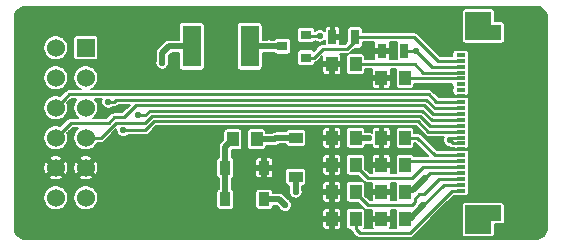
<source format=gtl>
G04 #@! TF.GenerationSoftware,KiCad,Pcbnew,(5.1.0-rc1-17-gb4eda32f8)*
G04 #@! TF.CreationDate,2019-03-22T20:33:51+01:00
G04 #@! TF.ProjectId,e-ink_pmod,652d696e-6b5f-4706-9d6f-642e6b696361,rev?*
G04 #@! TF.SameCoordinates,PX525bfc0PY429d390*
G04 #@! TF.FileFunction,Copper,L1,Top*
G04 #@! TF.FilePolarity,Positive*
%FSLAX46Y46*%
G04 Gerber Fmt 4.6, Leading zero omitted, Abs format (unit mm)*
G04 Created by KiCad (PCBNEW (5.1.0-rc1-17-gb4eda32f8)) date 2019-03-22 20:33:51*
%MOMM*%
%LPD*%
G04 APERTURE LIST*
%ADD10C,0.050000*%
%ADD11R,1.524000X1.524000*%
%ADD12C,1.524000*%
%ADD13R,1.000000X1.250000*%
%ADD14R,0.900000X1.200000*%
%ADD15R,1.200000X0.900000*%
%ADD16R,1.600000X3.500000*%
%ADD17R,0.900000X0.800000*%
%ADD18R,0.700000X1.300000*%
%ADD19R,0.800000X0.300000*%
%ADD20C,0.550000*%
%ADD21C,0.250000*%
%ADD22C,0.500000*%
%ADD23C,0.200000*%
G04 APERTURE END LIST*
D10*
G36*
X38500000Y-19560000D02*
G01*
X40700000Y-19560000D01*
X40700000Y-18460000D01*
X41550000Y-18460000D01*
X41550000Y-17160000D01*
X38500000Y-17160000D01*
X38500000Y-19560000D01*
G37*
G36*
X38500000Y-760000D02*
G01*
X40700000Y-760000D01*
X40700000Y-1860000D01*
X41550000Y-1860000D01*
X41550000Y-3160000D01*
X38500000Y-3160000D01*
X38500000Y-760000D01*
G37*
G36*
X38500000Y-19560000D02*
G01*
X40700000Y-19560000D01*
X40700000Y-18460000D01*
X41550000Y-18460000D01*
X41550000Y-17160000D01*
X38500000Y-17160000D01*
X38500000Y-19560000D01*
G37*
G36*
X38500000Y-760000D02*
G01*
X40700000Y-760000D01*
X40700000Y-1860000D01*
X41550000Y-1860000D01*
X41550000Y-3160000D01*
X38500000Y-3160000D01*
X38500000Y-760000D01*
G37*
D11*
X6350000Y-3810000D03*
D12*
X3810000Y-3810000D03*
X6350000Y-6350000D03*
X3810000Y-6350000D03*
X6350000Y-8890000D03*
X3810000Y-8890000D03*
X6350000Y-11430000D03*
X3810000Y-11430000D03*
X6350000Y-13970000D03*
X3810000Y-13970000D03*
X6350000Y-16510000D03*
X3810000Y-16510000D03*
D13*
X29194000Y-5207000D03*
X27194000Y-5207000D03*
X31385000Y-6350000D03*
X33385000Y-6350000D03*
X33385000Y-11430000D03*
X31385000Y-11430000D03*
X27194000Y-13716000D03*
X29194000Y-13716000D03*
X29194000Y-16002000D03*
X27194000Y-16002000D03*
X27194000Y-18288000D03*
X29194000Y-18288000D03*
X33385000Y-16002000D03*
X31385000Y-16002000D03*
X31385000Y-18288000D03*
X33385000Y-18288000D03*
X18812000Y-11557000D03*
X20812000Y-11557000D03*
X27194000Y-11430000D03*
X29194000Y-11430000D03*
D14*
X21462000Y-16637000D03*
X18162000Y-16637000D03*
X21462000Y-13970000D03*
X18162000Y-13970000D03*
D15*
X24130000Y-11431000D03*
X24130000Y-14731000D03*
D16*
X15340000Y-3683000D03*
X20220000Y-3683000D03*
D17*
X23003000Y-3683000D03*
X25003000Y-2733000D03*
X25003000Y-4633000D03*
D18*
X29144000Y-2921000D03*
X27244000Y-2921000D03*
X31435000Y-4064000D03*
X33335000Y-4064000D03*
D19*
X38100000Y-15910000D03*
X38100000Y-15410000D03*
X38100000Y-14910000D03*
X38100000Y-14410000D03*
X38100000Y-13910000D03*
X38100000Y-13410000D03*
X38100000Y-12910000D03*
X38100000Y-12410000D03*
X38100000Y-11910000D03*
X38100000Y-11410000D03*
X38100000Y-10910000D03*
X38100000Y-10410000D03*
X38100000Y-9910000D03*
X38100000Y-9410000D03*
X38100000Y-8910000D03*
X38100000Y-8410000D03*
X38100000Y-7910000D03*
X38100000Y-7410000D03*
X38100000Y-6910000D03*
X38100000Y-6410000D03*
X38100000Y-5910000D03*
X38100000Y-5410000D03*
X38100000Y-4910000D03*
X38100000Y-4410000D03*
D13*
X31385000Y-13716000D03*
X33385000Y-13716000D03*
D20*
X29972000Y-6604000D03*
X30353000Y-4064000D03*
X36830000Y-18923000D03*
X36830000Y-1905000D03*
X10160000Y-4826000D03*
X25429184Y-18395009D03*
X36647120Y-7396480D03*
X30292040Y-12573000D03*
X30276800Y-15570200D03*
X30292040Y-18496280D03*
X34645600Y-12613640D03*
X36195000Y-12268200D03*
X13398500Y-13589000D03*
X26860500Y-6921500D03*
X20828000Y-6921500D03*
X36830000Y-4000500D03*
X26416000Y-1651000D03*
X7975600Y-9296400D03*
X17170400Y-10668000D03*
X24130000Y-16002000D03*
X35051988Y-14859000D03*
X34925000Y-17145000D03*
X23241000Y-17145000D03*
X21844000Y-3683000D03*
X22479000Y-11468990D03*
X12827000Y-5080000D03*
X30297989Y-11485011D03*
X37160200Y-11633200D03*
X34290000Y-4064000D03*
X26162000Y-2794000D03*
X9525000Y-10795000D03*
X10795000Y-9525000D03*
X8229600Y-8382000D03*
D21*
X35451987Y-14459001D02*
X35051988Y-14859000D01*
X38100000Y-14410000D02*
X35500988Y-14410000D01*
X35500988Y-14410000D02*
X35451987Y-14459001D01*
D22*
X24130000Y-16002000D02*
X24130000Y-14731000D01*
X35051988Y-14859000D02*
X34036000Y-15874988D01*
X33512012Y-15874988D02*
X33385000Y-16002000D01*
X34036000Y-15874988D02*
X33512012Y-15874988D01*
X22733000Y-16637000D02*
X23241000Y-17145000D01*
X21462000Y-16637000D02*
X22733000Y-16637000D01*
X33782000Y-18288000D02*
X34925000Y-17145000D01*
X33385000Y-18288000D02*
X33782000Y-18288000D01*
D21*
X36660000Y-15410000D02*
X34925000Y-17145000D01*
X38100000Y-15410000D02*
X36660000Y-15410000D01*
D22*
X18162000Y-16637000D02*
X18162000Y-13970000D01*
X18162000Y-12207000D02*
X18812000Y-11557000D01*
X18162000Y-13970000D02*
X18162000Y-12207000D01*
X22390990Y-11557000D02*
X22479000Y-11468990D01*
X20812000Y-11557000D02*
X22390990Y-11557000D01*
X22516990Y-11431000D02*
X22479000Y-11468990D01*
X24130000Y-11431000D02*
X22516990Y-11431000D01*
X20220000Y-3683000D02*
X21844000Y-3683000D01*
X23003000Y-3683000D02*
X21844000Y-3683000D01*
D21*
X29214000Y-11410000D02*
X29194000Y-11430000D01*
D22*
X29194000Y-11430000D02*
X29194000Y-11555000D01*
X29249011Y-11485011D02*
X29194000Y-11430000D01*
X30297989Y-11485011D02*
X29249011Y-11485011D01*
D21*
X38100000Y-11410000D02*
X37383400Y-11410000D01*
X37383400Y-11410000D02*
X37160200Y-11633200D01*
X37437000Y-11910000D02*
X38100000Y-11910000D01*
X37160200Y-11633200D02*
X37437000Y-11910000D01*
D22*
X12827000Y-5080000D02*
X12827000Y-4254500D01*
X12827000Y-4254500D02*
X13398500Y-3683000D01*
X13398500Y-3683000D02*
X15340000Y-3683000D01*
D21*
X34290000Y-4064000D02*
X33335000Y-4064000D01*
X25064000Y-2794000D02*
X25003000Y-2733000D01*
X26162000Y-2794000D02*
X25064000Y-2794000D01*
X34295080Y-4064000D02*
X34290000Y-4064000D01*
X35641080Y-5410000D02*
X34295080Y-4064000D01*
X38100000Y-5410000D02*
X35641080Y-5410000D01*
X29144000Y-3221000D02*
X29144000Y-2921000D01*
X28468999Y-3896001D02*
X29144000Y-3221000D01*
X26439999Y-3896001D02*
X28468999Y-3896001D01*
X25703000Y-4633000D02*
X26439999Y-3896001D01*
X25003000Y-4633000D02*
X25703000Y-4633000D01*
X29744000Y-2921000D02*
X29144000Y-2921000D01*
X34173160Y-2921000D02*
X29744000Y-2921000D01*
X36162160Y-4910000D02*
X34173160Y-2921000D01*
X38100000Y-4910000D02*
X36162160Y-4910000D01*
X34234120Y-5207000D02*
X29194000Y-5207000D01*
X34937120Y-5910000D02*
X34234120Y-5207000D01*
X38100000Y-5910000D02*
X34937120Y-5910000D01*
X33445000Y-6410000D02*
X33385000Y-6350000D01*
X38100000Y-6410000D02*
X33445000Y-6410000D01*
X34417000Y-11430000D02*
X33385000Y-11430000D01*
X35897000Y-12910000D02*
X34417000Y-11430000D01*
X38100000Y-12910000D02*
X35897000Y-12910000D01*
X29194000Y-13841000D02*
X29194000Y-13716000D01*
X30212000Y-14859000D02*
X29194000Y-13841000D01*
X33952002Y-14859000D02*
X30212000Y-14859000D01*
X34901002Y-13910000D02*
X33952002Y-14859000D01*
X38100000Y-13910000D02*
X34901002Y-13910000D01*
X30217080Y-17150080D02*
X29194000Y-16127000D01*
X29194000Y-16127000D02*
X29194000Y-16002000D01*
X34210001Y-16887001D02*
X33946922Y-17150080D01*
X34579560Y-16220440D02*
X34210001Y-16589999D01*
X34960560Y-16220440D02*
X34579560Y-16220440D01*
X34210001Y-16589999D02*
X34210001Y-16887001D01*
X36271000Y-14910000D02*
X34960560Y-16220440D01*
X33946922Y-17150080D02*
X30217080Y-17150080D01*
X38100000Y-14910000D02*
X36271000Y-14910000D01*
X29585920Y-19512280D02*
X29194000Y-19120360D01*
X29194000Y-19120360D02*
X29194000Y-18288000D01*
X33771840Y-19512280D02*
X29585920Y-19512280D01*
X37374120Y-15910000D02*
X33771840Y-19512280D01*
X38100000Y-15910000D02*
X37374120Y-15910000D01*
X38100000Y-10910000D02*
X35363146Y-10910000D01*
X11356622Y-10795000D02*
X9913908Y-10795000D01*
X35363146Y-10910000D02*
X34486146Y-10033000D01*
X34486146Y-10033000D02*
X12118622Y-10033000D01*
X12118622Y-10033000D02*
X11356622Y-10795000D01*
X9913908Y-10795000D02*
X9525000Y-10795000D01*
X11932221Y-9582989D02*
X11362399Y-10152811D01*
X8923999Y-10152811D02*
X7646810Y-11430000D01*
X34672546Y-9582989D02*
X11932221Y-9582989D01*
X38100000Y-10410000D02*
X35499557Y-10410000D01*
X35499557Y-10410000D02*
X34672546Y-9582989D01*
X11362399Y-10152811D02*
X8923999Y-10152811D01*
X7427630Y-11430000D02*
X6350000Y-11430000D01*
X7646810Y-11430000D02*
X7427630Y-11430000D01*
X11753799Y-9125001D02*
X11353800Y-9525000D01*
X11353800Y-9525000D02*
X10795000Y-9525000D01*
X34850969Y-9125001D02*
X11753799Y-9125001D01*
X38100000Y-9910000D02*
X35635968Y-9910000D01*
X35635968Y-9910000D02*
X34850969Y-9125001D01*
X8280400Y-10160000D02*
X5080000Y-10160000D01*
X8737600Y-9702800D02*
X8280400Y-10160000D01*
X4571999Y-10668001D02*
X3810000Y-11430000D01*
X35009401Y-8647022D02*
X10644693Y-8647022D01*
X9588915Y-9702800D02*
X8737600Y-9702800D01*
X10644693Y-8647022D02*
X9588915Y-9702800D01*
X35772379Y-9410000D02*
X35009401Y-8647022D01*
X5080000Y-10160000D02*
X4571999Y-10668001D01*
X38100000Y-9410000D02*
X35772379Y-9410000D01*
X8767270Y-8382000D02*
X8229600Y-8382000D01*
X8952259Y-8197011D02*
X8767270Y-8382000D01*
X35195801Y-8197011D02*
X8952259Y-8197011D01*
X35908790Y-8910000D02*
X35195801Y-8197011D01*
X38100000Y-8910000D02*
X35908790Y-8910000D01*
X4571999Y-8128001D02*
X3810000Y-8890000D01*
X35382200Y-7747000D02*
X4953000Y-7747000D01*
X36045200Y-8410000D02*
X35382200Y-7747000D01*
X4953000Y-7747000D02*
X4571999Y-8128001D01*
X38100000Y-8410000D02*
X36045200Y-8410000D01*
X33691000Y-13410000D02*
X33385000Y-13716000D01*
X38100000Y-13410000D02*
X33691000Y-13410000D01*
D23*
G36*
X44633247Y-344526D02*
G01*
X44809519Y-397746D01*
X44972091Y-484187D01*
X45114784Y-600564D01*
X45232150Y-742436D01*
X45319724Y-904401D01*
X45374172Y-1080292D01*
X45395000Y-1278464D01*
X45395001Y-19034093D01*
X45375474Y-19233247D01*
X45322253Y-19409521D01*
X45235812Y-19572093D01*
X45119436Y-19714784D01*
X44977569Y-19832147D01*
X44815598Y-19919724D01*
X44639708Y-19974172D01*
X44441536Y-19995000D01*
X1285897Y-19995000D01*
X1086753Y-19975474D01*
X910479Y-19922253D01*
X747907Y-19835812D01*
X605216Y-19719436D01*
X487853Y-19577569D01*
X400276Y-19415598D01*
X345828Y-19239708D01*
X325000Y-19041536D01*
X325000Y-18517000D01*
X26394000Y-18517000D01*
X26394000Y-18942548D01*
X26405529Y-19000507D01*
X26428144Y-19055104D01*
X26460975Y-19104239D01*
X26502761Y-19146025D01*
X26551897Y-19178857D01*
X26606494Y-19201471D01*
X26664453Y-19213000D01*
X26965000Y-19213000D01*
X27040000Y-19138000D01*
X27040000Y-18442000D01*
X27348000Y-18442000D01*
X27348000Y-19138000D01*
X27423000Y-19213000D01*
X27723547Y-19213000D01*
X27781506Y-19201471D01*
X27836103Y-19178857D01*
X27885239Y-19146025D01*
X27927025Y-19104239D01*
X27959856Y-19055104D01*
X27982471Y-19000507D01*
X27994000Y-18942548D01*
X27994000Y-18517000D01*
X27919000Y-18442000D01*
X27348000Y-18442000D01*
X27040000Y-18442000D01*
X26469000Y-18442000D01*
X26394000Y-18517000D01*
X325000Y-18517000D01*
X325000Y-16405402D01*
X2748000Y-16405402D01*
X2748000Y-16614598D01*
X2788812Y-16819774D01*
X2868867Y-17013046D01*
X2985090Y-17186986D01*
X3133014Y-17334910D01*
X3306954Y-17451133D01*
X3500226Y-17531188D01*
X3705402Y-17572000D01*
X3914598Y-17572000D01*
X4119774Y-17531188D01*
X4313046Y-17451133D01*
X4486986Y-17334910D01*
X4634910Y-17186986D01*
X4751133Y-17013046D01*
X4831188Y-16819774D01*
X4872000Y-16614598D01*
X4872000Y-16405402D01*
X5288000Y-16405402D01*
X5288000Y-16614598D01*
X5328812Y-16819774D01*
X5408867Y-17013046D01*
X5525090Y-17186986D01*
X5673014Y-17334910D01*
X5846954Y-17451133D01*
X6040226Y-17531188D01*
X6245402Y-17572000D01*
X6454598Y-17572000D01*
X6659774Y-17531188D01*
X6853046Y-17451133D01*
X7026986Y-17334910D01*
X7174910Y-17186986D01*
X7291133Y-17013046D01*
X7371188Y-16819774D01*
X7412000Y-16614598D01*
X7412000Y-16405402D01*
X7371188Y-16200226D01*
X7291133Y-16006954D01*
X7174910Y-15833014D01*
X7026986Y-15685090D01*
X6853046Y-15568867D01*
X6659774Y-15488812D01*
X6454598Y-15448000D01*
X6245402Y-15448000D01*
X6040226Y-15488812D01*
X5846954Y-15568867D01*
X5673014Y-15685090D01*
X5525090Y-15833014D01*
X5408867Y-16006954D01*
X5328812Y-16200226D01*
X5288000Y-16405402D01*
X4872000Y-16405402D01*
X4831188Y-16200226D01*
X4751133Y-16006954D01*
X4634910Y-15833014D01*
X4486986Y-15685090D01*
X4313046Y-15568867D01*
X4119774Y-15488812D01*
X3914598Y-15448000D01*
X3705402Y-15448000D01*
X3500226Y-15488812D01*
X3306954Y-15568867D01*
X3133014Y-15685090D01*
X2985090Y-15833014D01*
X2868867Y-16006954D01*
X2788812Y-16200226D01*
X2748000Y-16405402D01*
X325000Y-16405402D01*
X325000Y-14771940D01*
X3225849Y-14771940D01*
X3313906Y-14914816D01*
X3507762Y-14993444D01*
X3713234Y-15032743D01*
X3922424Y-15031201D01*
X4127294Y-14988878D01*
X4306094Y-14914816D01*
X4394151Y-14771940D01*
X5765849Y-14771940D01*
X5853906Y-14914816D01*
X6047762Y-14993444D01*
X6253234Y-15032743D01*
X6462424Y-15031201D01*
X6667294Y-14988878D01*
X6846094Y-14914816D01*
X6934151Y-14771940D01*
X6350000Y-14187789D01*
X5765849Y-14771940D01*
X4394151Y-14771940D01*
X3810000Y-14187789D01*
X3225849Y-14771940D01*
X325000Y-14771940D01*
X325000Y-13873234D01*
X2747257Y-13873234D01*
X2748799Y-14082424D01*
X2791122Y-14287294D01*
X2865184Y-14466094D01*
X3008060Y-14554151D01*
X3592211Y-13970000D01*
X4027789Y-13970000D01*
X4611940Y-14554151D01*
X4754816Y-14466094D01*
X4833444Y-14272238D01*
X4872743Y-14066766D01*
X4871317Y-13873234D01*
X5287257Y-13873234D01*
X5288799Y-14082424D01*
X5331122Y-14287294D01*
X5405184Y-14466094D01*
X5548060Y-14554151D01*
X6132211Y-13970000D01*
X6567789Y-13970000D01*
X7151940Y-14554151D01*
X7294816Y-14466094D01*
X7373444Y-14272238D01*
X7412743Y-14066766D01*
X7411201Y-13857576D01*
X7368878Y-13652706D01*
X7294816Y-13473906D01*
X7151940Y-13385849D01*
X6567789Y-13970000D01*
X6132211Y-13970000D01*
X5548060Y-13385849D01*
X5405184Y-13473906D01*
X5326556Y-13667762D01*
X5287257Y-13873234D01*
X4871317Y-13873234D01*
X4871201Y-13857576D01*
X4828878Y-13652706D01*
X4754816Y-13473906D01*
X4611940Y-13385849D01*
X4027789Y-13970000D01*
X3592211Y-13970000D01*
X3008060Y-13385849D01*
X2865184Y-13473906D01*
X2786556Y-13667762D01*
X2747257Y-13873234D01*
X325000Y-13873234D01*
X325000Y-13168060D01*
X3225849Y-13168060D01*
X3810000Y-13752211D01*
X4394151Y-13168060D01*
X5765849Y-13168060D01*
X6350000Y-13752211D01*
X6732211Y-13370000D01*
X17410549Y-13370000D01*
X17410549Y-14570000D01*
X17416341Y-14628810D01*
X17433496Y-14685360D01*
X17461353Y-14737477D01*
X17498842Y-14783158D01*
X17544523Y-14820647D01*
X17596640Y-14848504D01*
X17612001Y-14853164D01*
X17612000Y-15753836D01*
X17596640Y-15758496D01*
X17544523Y-15786353D01*
X17498842Y-15823842D01*
X17461353Y-15869523D01*
X17433496Y-15921640D01*
X17416341Y-15978190D01*
X17410549Y-16037000D01*
X17410549Y-17237000D01*
X17416341Y-17295810D01*
X17433496Y-17352360D01*
X17461353Y-17404477D01*
X17498842Y-17450158D01*
X17544523Y-17487647D01*
X17596640Y-17515504D01*
X17653190Y-17532659D01*
X17712000Y-17538451D01*
X18612000Y-17538451D01*
X18670810Y-17532659D01*
X18727360Y-17515504D01*
X18779477Y-17487647D01*
X18825158Y-17450158D01*
X18862647Y-17404477D01*
X18890504Y-17352360D01*
X18907659Y-17295810D01*
X18913451Y-17237000D01*
X18913451Y-16037000D01*
X20710549Y-16037000D01*
X20710549Y-17237000D01*
X20716341Y-17295810D01*
X20733496Y-17352360D01*
X20761353Y-17404477D01*
X20798842Y-17450158D01*
X20844523Y-17487647D01*
X20896640Y-17515504D01*
X20953190Y-17532659D01*
X21012000Y-17538451D01*
X21912000Y-17538451D01*
X21970810Y-17532659D01*
X22027360Y-17515504D01*
X22079477Y-17487647D01*
X22125158Y-17450158D01*
X22162647Y-17404477D01*
X22190504Y-17352360D01*
X22207659Y-17295810D01*
X22213451Y-17237000D01*
X22213451Y-17187000D01*
X22505183Y-17187000D01*
X22728539Y-17410356D01*
X22731442Y-17417365D01*
X22794368Y-17511541D01*
X22874459Y-17591632D01*
X22968635Y-17654558D01*
X23073279Y-17697903D01*
X23184367Y-17720000D01*
X23297633Y-17720000D01*
X23408721Y-17697903D01*
X23513365Y-17654558D01*
X23544952Y-17633452D01*
X26394000Y-17633452D01*
X26394000Y-18059000D01*
X26469000Y-18134000D01*
X27040000Y-18134000D01*
X27040000Y-17438000D01*
X27348000Y-17438000D01*
X27348000Y-18134000D01*
X27919000Y-18134000D01*
X27994000Y-18059000D01*
X27994000Y-17633452D01*
X27982471Y-17575493D01*
X27959856Y-17520896D01*
X27927025Y-17471761D01*
X27885239Y-17429975D01*
X27836103Y-17397143D01*
X27781506Y-17374529D01*
X27723547Y-17363000D01*
X27423000Y-17363000D01*
X27348000Y-17438000D01*
X27040000Y-17438000D01*
X26965000Y-17363000D01*
X26664453Y-17363000D01*
X26606494Y-17374529D01*
X26551897Y-17397143D01*
X26502761Y-17429975D01*
X26460975Y-17471761D01*
X26428144Y-17520896D01*
X26405529Y-17575493D01*
X26394000Y-17633452D01*
X23544952Y-17633452D01*
X23607541Y-17591632D01*
X23687632Y-17511541D01*
X23750558Y-17417365D01*
X23793903Y-17312721D01*
X23816000Y-17201633D01*
X23816000Y-17088367D01*
X23793903Y-16977279D01*
X23750558Y-16872635D01*
X23687632Y-16778459D01*
X23607541Y-16698368D01*
X23513365Y-16635442D01*
X23506356Y-16632539D01*
X23141013Y-16267196D01*
X23123790Y-16246210D01*
X23040042Y-16177479D01*
X22944494Y-16126408D01*
X22840819Y-16094958D01*
X22760018Y-16087000D01*
X22760008Y-16087000D01*
X22733000Y-16084340D01*
X22705992Y-16087000D01*
X22213451Y-16087000D01*
X22213451Y-16037000D01*
X22207659Y-15978190D01*
X22190504Y-15921640D01*
X22162647Y-15869523D01*
X22125158Y-15823842D01*
X22079477Y-15786353D01*
X22027360Y-15758496D01*
X21970810Y-15741341D01*
X21912000Y-15735549D01*
X21012000Y-15735549D01*
X20953190Y-15741341D01*
X20896640Y-15758496D01*
X20844523Y-15786353D01*
X20798842Y-15823842D01*
X20761353Y-15869523D01*
X20733496Y-15921640D01*
X20716341Y-15978190D01*
X20710549Y-16037000D01*
X18913451Y-16037000D01*
X18907659Y-15978190D01*
X18890504Y-15921640D01*
X18862647Y-15869523D01*
X18825158Y-15823842D01*
X18779477Y-15786353D01*
X18727360Y-15758496D01*
X18712000Y-15753836D01*
X18712000Y-14853164D01*
X18727360Y-14848504D01*
X18779477Y-14820647D01*
X18825158Y-14783158D01*
X18862647Y-14737477D01*
X18890504Y-14685360D01*
X18907659Y-14628810D01*
X18913451Y-14570000D01*
X18913451Y-14199000D01*
X20712000Y-14199000D01*
X20712000Y-14599548D01*
X20723529Y-14657507D01*
X20746144Y-14712104D01*
X20778975Y-14761239D01*
X20820761Y-14803025D01*
X20869897Y-14835857D01*
X20924494Y-14858471D01*
X20982453Y-14870000D01*
X21233000Y-14870000D01*
X21308000Y-14795000D01*
X21308000Y-14124000D01*
X21616000Y-14124000D01*
X21616000Y-14795000D01*
X21691000Y-14870000D01*
X21941547Y-14870000D01*
X21999506Y-14858471D01*
X22054103Y-14835857D01*
X22103239Y-14803025D01*
X22145025Y-14761239D01*
X22177856Y-14712104D01*
X22200471Y-14657507D01*
X22212000Y-14599548D01*
X22212000Y-14281000D01*
X23228549Y-14281000D01*
X23228549Y-15181000D01*
X23234341Y-15239810D01*
X23251496Y-15296360D01*
X23279353Y-15348477D01*
X23316842Y-15394158D01*
X23362523Y-15431647D01*
X23414640Y-15459504D01*
X23471190Y-15476659D01*
X23530000Y-15482451D01*
X23580000Y-15482451D01*
X23580000Y-15827270D01*
X23577097Y-15834279D01*
X23555000Y-15945367D01*
X23555000Y-16058633D01*
X23577097Y-16169721D01*
X23620442Y-16274365D01*
X23683368Y-16368541D01*
X23763459Y-16448632D01*
X23857635Y-16511558D01*
X23962279Y-16554903D01*
X24073367Y-16577000D01*
X24186633Y-16577000D01*
X24297721Y-16554903D01*
X24402365Y-16511558D01*
X24496541Y-16448632D01*
X24576632Y-16368541D01*
X24639558Y-16274365D01*
X24657520Y-16231000D01*
X26394000Y-16231000D01*
X26394000Y-16656548D01*
X26405529Y-16714507D01*
X26428144Y-16769104D01*
X26460975Y-16818239D01*
X26502761Y-16860025D01*
X26551897Y-16892857D01*
X26606494Y-16915471D01*
X26664453Y-16927000D01*
X26965000Y-16927000D01*
X27040000Y-16852000D01*
X27040000Y-16156000D01*
X27348000Y-16156000D01*
X27348000Y-16852000D01*
X27423000Y-16927000D01*
X27723547Y-16927000D01*
X27781506Y-16915471D01*
X27836103Y-16892857D01*
X27885239Y-16860025D01*
X27927025Y-16818239D01*
X27959856Y-16769104D01*
X27982471Y-16714507D01*
X27994000Y-16656548D01*
X27994000Y-16231000D01*
X27919000Y-16156000D01*
X27348000Y-16156000D01*
X27040000Y-16156000D01*
X26469000Y-16156000D01*
X26394000Y-16231000D01*
X24657520Y-16231000D01*
X24682903Y-16169721D01*
X24705000Y-16058633D01*
X24705000Y-15945367D01*
X24682903Y-15834279D01*
X24680000Y-15827271D01*
X24680000Y-15482451D01*
X24730000Y-15482451D01*
X24788810Y-15476659D01*
X24845360Y-15459504D01*
X24897477Y-15431647D01*
X24943158Y-15394158D01*
X24980647Y-15348477D01*
X24981194Y-15347452D01*
X26394000Y-15347452D01*
X26394000Y-15773000D01*
X26469000Y-15848000D01*
X27040000Y-15848000D01*
X27040000Y-15152000D01*
X27348000Y-15152000D01*
X27348000Y-15848000D01*
X27919000Y-15848000D01*
X27994000Y-15773000D01*
X27994000Y-15347452D01*
X27982471Y-15289493D01*
X27959856Y-15234896D01*
X27927025Y-15185761D01*
X27885239Y-15143975D01*
X27836103Y-15111143D01*
X27781506Y-15088529D01*
X27723547Y-15077000D01*
X27423000Y-15077000D01*
X27348000Y-15152000D01*
X27040000Y-15152000D01*
X26965000Y-15077000D01*
X26664453Y-15077000D01*
X26606494Y-15088529D01*
X26551897Y-15111143D01*
X26502761Y-15143975D01*
X26460975Y-15185761D01*
X26428144Y-15234896D01*
X26405529Y-15289493D01*
X26394000Y-15347452D01*
X24981194Y-15347452D01*
X25008504Y-15296360D01*
X25025659Y-15239810D01*
X25031451Y-15181000D01*
X25031451Y-14281000D01*
X25025659Y-14222190D01*
X25008504Y-14165640D01*
X24980647Y-14113523D01*
X24943158Y-14067842D01*
X24897477Y-14030353D01*
X24845360Y-14002496D01*
X24788810Y-13985341D01*
X24730000Y-13979549D01*
X23530000Y-13979549D01*
X23471190Y-13985341D01*
X23414640Y-14002496D01*
X23362523Y-14030353D01*
X23316842Y-14067842D01*
X23279353Y-14113523D01*
X23251496Y-14165640D01*
X23234341Y-14222190D01*
X23228549Y-14281000D01*
X22212000Y-14281000D01*
X22212000Y-14199000D01*
X22137000Y-14124000D01*
X21616000Y-14124000D01*
X21308000Y-14124000D01*
X20787000Y-14124000D01*
X20712000Y-14199000D01*
X18913451Y-14199000D01*
X18913451Y-13945000D01*
X26394000Y-13945000D01*
X26394000Y-14370548D01*
X26405529Y-14428507D01*
X26428144Y-14483104D01*
X26460975Y-14532239D01*
X26502761Y-14574025D01*
X26551897Y-14606857D01*
X26606494Y-14629471D01*
X26664453Y-14641000D01*
X26965000Y-14641000D01*
X27040000Y-14566000D01*
X27040000Y-13870000D01*
X27348000Y-13870000D01*
X27348000Y-14566000D01*
X27423000Y-14641000D01*
X27723547Y-14641000D01*
X27781506Y-14629471D01*
X27836103Y-14606857D01*
X27885239Y-14574025D01*
X27927025Y-14532239D01*
X27959856Y-14483104D01*
X27982471Y-14428507D01*
X27994000Y-14370548D01*
X27994000Y-13945000D01*
X27919000Y-13870000D01*
X27348000Y-13870000D01*
X27040000Y-13870000D01*
X26469000Y-13870000D01*
X26394000Y-13945000D01*
X18913451Y-13945000D01*
X18913451Y-13370000D01*
X18910541Y-13340452D01*
X20712000Y-13340452D01*
X20712000Y-13741000D01*
X20787000Y-13816000D01*
X21308000Y-13816000D01*
X21308000Y-13145000D01*
X21616000Y-13145000D01*
X21616000Y-13816000D01*
X22137000Y-13816000D01*
X22212000Y-13741000D01*
X22212000Y-13340452D01*
X22200471Y-13282493D01*
X22177856Y-13227896D01*
X22145025Y-13178761D01*
X22103239Y-13136975D01*
X22054103Y-13104143D01*
X21999506Y-13081529D01*
X21941547Y-13070000D01*
X21691000Y-13070000D01*
X21616000Y-13145000D01*
X21308000Y-13145000D01*
X21233000Y-13070000D01*
X20982453Y-13070000D01*
X20924494Y-13081529D01*
X20869897Y-13104143D01*
X20820761Y-13136975D01*
X20778975Y-13178761D01*
X20746144Y-13227896D01*
X20723529Y-13282493D01*
X20712000Y-13340452D01*
X18910541Y-13340452D01*
X18907659Y-13311190D01*
X18890504Y-13254640D01*
X18862647Y-13202523D01*
X18825158Y-13156842D01*
X18779477Y-13119353D01*
X18727360Y-13091496D01*
X18712000Y-13086836D01*
X18712000Y-13061452D01*
X26394000Y-13061452D01*
X26394000Y-13487000D01*
X26469000Y-13562000D01*
X27040000Y-13562000D01*
X27040000Y-12866000D01*
X27348000Y-12866000D01*
X27348000Y-13562000D01*
X27919000Y-13562000D01*
X27994000Y-13487000D01*
X27994000Y-13091000D01*
X28392549Y-13091000D01*
X28392549Y-14341000D01*
X28398341Y-14399810D01*
X28415496Y-14456360D01*
X28443353Y-14508477D01*
X28480842Y-14554158D01*
X28526523Y-14591647D01*
X28578640Y-14619504D01*
X28635190Y-14636659D01*
X28694000Y-14642451D01*
X29394411Y-14642451D01*
X29896721Y-15144762D01*
X29910026Y-15160974D01*
X29974740Y-15214084D01*
X30048573Y-15253548D01*
X30104383Y-15270478D01*
X30128685Y-15277850D01*
X30137098Y-15278679D01*
X30191126Y-15284000D01*
X30191132Y-15284000D01*
X30211999Y-15286055D01*
X30232866Y-15284000D01*
X30598804Y-15284000D01*
X30596529Y-15289493D01*
X30585000Y-15347452D01*
X30585000Y-15773000D01*
X30660000Y-15848000D01*
X31231000Y-15848000D01*
X31231000Y-15828000D01*
X31539000Y-15828000D01*
X31539000Y-15848000D01*
X32110000Y-15848000D01*
X32185000Y-15773000D01*
X32185000Y-15347452D01*
X32173471Y-15289493D01*
X32171196Y-15284000D01*
X32599713Y-15284000D01*
X32589341Y-15318190D01*
X32583549Y-15377000D01*
X32583549Y-16627000D01*
X32589341Y-16685810D01*
X32601254Y-16725080D01*
X32169091Y-16725080D01*
X32173471Y-16714507D01*
X32185000Y-16656548D01*
X32185000Y-16231000D01*
X32110000Y-16156000D01*
X31539000Y-16156000D01*
X31539000Y-16176000D01*
X31231000Y-16176000D01*
X31231000Y-16156000D01*
X30660000Y-16156000D01*
X30585000Y-16231000D01*
X30585000Y-16656548D01*
X30596529Y-16714507D01*
X30600909Y-16725080D01*
X30393120Y-16725080D01*
X29995451Y-16327411D01*
X29995451Y-15377000D01*
X29989659Y-15318190D01*
X29972504Y-15261640D01*
X29944647Y-15209523D01*
X29907158Y-15163842D01*
X29861477Y-15126353D01*
X29809360Y-15098496D01*
X29752810Y-15081341D01*
X29694000Y-15075549D01*
X28694000Y-15075549D01*
X28635190Y-15081341D01*
X28578640Y-15098496D01*
X28526523Y-15126353D01*
X28480842Y-15163842D01*
X28443353Y-15209523D01*
X28415496Y-15261640D01*
X28398341Y-15318190D01*
X28392549Y-15377000D01*
X28392549Y-16627000D01*
X28398341Y-16685810D01*
X28415496Y-16742360D01*
X28443353Y-16794477D01*
X28480842Y-16840158D01*
X28526523Y-16877647D01*
X28578640Y-16905504D01*
X28635190Y-16922659D01*
X28694000Y-16928451D01*
X29394411Y-16928451D01*
X29901796Y-17435836D01*
X29915106Y-17452054D01*
X29979820Y-17505164D01*
X30044147Y-17539547D01*
X30053653Y-17544628D01*
X30133766Y-17568930D01*
X30217080Y-17577136D01*
X30237954Y-17575080D01*
X30596700Y-17575080D01*
X30596529Y-17575493D01*
X30585000Y-17633452D01*
X30585000Y-18059000D01*
X30660000Y-18134000D01*
X31231000Y-18134000D01*
X31231000Y-18114000D01*
X31539000Y-18114000D01*
X31539000Y-18134000D01*
X32110000Y-18134000D01*
X32185000Y-18059000D01*
X32185000Y-17633452D01*
X32173471Y-17575493D01*
X32173300Y-17575080D01*
X32598172Y-17575080D01*
X32589341Y-17604190D01*
X32583549Y-17663000D01*
X32583549Y-18913000D01*
X32589341Y-18971810D01*
X32606496Y-19028360D01*
X32634353Y-19080477D01*
X32639936Y-19087280D01*
X32129357Y-19087280D01*
X32150856Y-19055104D01*
X32173471Y-19000507D01*
X32185000Y-18942548D01*
X32185000Y-18517000D01*
X32110000Y-18442000D01*
X31539000Y-18442000D01*
X31539000Y-18462000D01*
X31231000Y-18462000D01*
X31231000Y-18442000D01*
X30660000Y-18442000D01*
X30585000Y-18517000D01*
X30585000Y-18942548D01*
X30596529Y-19000507D01*
X30619144Y-19055104D01*
X30640643Y-19087280D01*
X29939064Y-19087280D01*
X29944647Y-19080477D01*
X29972504Y-19028360D01*
X29989659Y-18971810D01*
X29995451Y-18913000D01*
X29995451Y-17663000D01*
X29989659Y-17604190D01*
X29972504Y-17547640D01*
X29944647Y-17495523D01*
X29907158Y-17449842D01*
X29861477Y-17412353D01*
X29809360Y-17384496D01*
X29752810Y-17367341D01*
X29694000Y-17361549D01*
X28694000Y-17361549D01*
X28635190Y-17367341D01*
X28578640Y-17384496D01*
X28526523Y-17412353D01*
X28480842Y-17449842D01*
X28443353Y-17495523D01*
X28415496Y-17547640D01*
X28398341Y-17604190D01*
X28392549Y-17663000D01*
X28392549Y-18913000D01*
X28398341Y-18971810D01*
X28415496Y-19028360D01*
X28443353Y-19080477D01*
X28480842Y-19126158D01*
X28526523Y-19163647D01*
X28578640Y-19191504D01*
X28635190Y-19208659D01*
X28694000Y-19214451D01*
X28778419Y-19214451D01*
X28799452Y-19283786D01*
X28838916Y-19357619D01*
X28892026Y-19422334D01*
X28908244Y-19435644D01*
X29270636Y-19798036D01*
X29283946Y-19814254D01*
X29348660Y-19867364D01*
X29410931Y-19900648D01*
X29422493Y-19906828D01*
X29502606Y-19931130D01*
X29585920Y-19939336D01*
X29606794Y-19937280D01*
X33750973Y-19937280D01*
X33771840Y-19939335D01*
X33792707Y-19937280D01*
X33792714Y-19937280D01*
X33855154Y-19931130D01*
X33935267Y-19906828D01*
X34009100Y-19867364D01*
X34073814Y-19814254D01*
X34087124Y-19798037D01*
X36725161Y-17160000D01*
X38200000Y-17160000D01*
X38200000Y-19560000D01*
X38202757Y-19588119D01*
X38205314Y-19616214D01*
X38205610Y-19617220D01*
X38205713Y-19618270D01*
X38213892Y-19645361D01*
X38221845Y-19672382D01*
X38222332Y-19673313D01*
X38222636Y-19674321D01*
X38235890Y-19699247D01*
X38248971Y-19724269D01*
X38249631Y-19725090D01*
X38250124Y-19726017D01*
X38267928Y-19747847D01*
X38285658Y-19769899D01*
X38286466Y-19770577D01*
X38287129Y-19771390D01*
X38308855Y-19789364D01*
X38330510Y-19807534D01*
X38331432Y-19808041D01*
X38332242Y-19808711D01*
X38357047Y-19822123D01*
X38381817Y-19835741D01*
X38382821Y-19836060D01*
X38383745Y-19836559D01*
X38410720Y-19844909D01*
X38437626Y-19853444D01*
X38438669Y-19853561D01*
X38439677Y-19853873D01*
X38467796Y-19856828D01*
X38495811Y-19859971D01*
X38497830Y-19859985D01*
X38497906Y-19859993D01*
X38497983Y-19859986D01*
X38500000Y-19860000D01*
X40700000Y-19860000D01*
X40728119Y-19857243D01*
X40756214Y-19854686D01*
X40757220Y-19854390D01*
X40758270Y-19854287D01*
X40785361Y-19846108D01*
X40812382Y-19838155D01*
X40813313Y-19837668D01*
X40814321Y-19837364D01*
X40839247Y-19824110D01*
X40864269Y-19811029D01*
X40865090Y-19810369D01*
X40866017Y-19809876D01*
X40887847Y-19792072D01*
X40909899Y-19774342D01*
X40910577Y-19773534D01*
X40911390Y-19772871D01*
X40929364Y-19751145D01*
X40947534Y-19729490D01*
X40948041Y-19728568D01*
X40948711Y-19727758D01*
X40962123Y-19702953D01*
X40975741Y-19678183D01*
X40976060Y-19677179D01*
X40976559Y-19676255D01*
X40984909Y-19649280D01*
X40993444Y-19622374D01*
X40993561Y-19621331D01*
X40993873Y-19620323D01*
X40996828Y-19592204D01*
X40999971Y-19564189D01*
X40999985Y-19562170D01*
X40999993Y-19562094D01*
X40999986Y-19562017D01*
X41000000Y-19560000D01*
X41000000Y-18760000D01*
X41550000Y-18760000D01*
X41578119Y-18757243D01*
X41606214Y-18754686D01*
X41607220Y-18754390D01*
X41608270Y-18754287D01*
X41635361Y-18746108D01*
X41662382Y-18738155D01*
X41663313Y-18737668D01*
X41664321Y-18737364D01*
X41689247Y-18724110D01*
X41714269Y-18711029D01*
X41715090Y-18710369D01*
X41716017Y-18709876D01*
X41737847Y-18692072D01*
X41759899Y-18674342D01*
X41760577Y-18673534D01*
X41761390Y-18672871D01*
X41779364Y-18651145D01*
X41797534Y-18629490D01*
X41798041Y-18628568D01*
X41798711Y-18627758D01*
X41812123Y-18602953D01*
X41825741Y-18578183D01*
X41826060Y-18577179D01*
X41826559Y-18576255D01*
X41834909Y-18549280D01*
X41843444Y-18522374D01*
X41843561Y-18521331D01*
X41843873Y-18520323D01*
X41846828Y-18492204D01*
X41849971Y-18464189D01*
X41849985Y-18462170D01*
X41849993Y-18462094D01*
X41849986Y-18462017D01*
X41850000Y-18460000D01*
X41850000Y-17160000D01*
X41847243Y-17131881D01*
X41844686Y-17103786D01*
X41844390Y-17102780D01*
X41844287Y-17101730D01*
X41836108Y-17074639D01*
X41828155Y-17047618D01*
X41827668Y-17046687D01*
X41827364Y-17045679D01*
X41814110Y-17020753D01*
X41801029Y-16995731D01*
X41800369Y-16994910D01*
X41799876Y-16993983D01*
X41782072Y-16972153D01*
X41764342Y-16950101D01*
X41763534Y-16949423D01*
X41762871Y-16948610D01*
X41741145Y-16930636D01*
X41719490Y-16912466D01*
X41718568Y-16911959D01*
X41717758Y-16911289D01*
X41692953Y-16897877D01*
X41668183Y-16884259D01*
X41667179Y-16883940D01*
X41666255Y-16883441D01*
X41639280Y-16875091D01*
X41612374Y-16866556D01*
X41611331Y-16866439D01*
X41610323Y-16866127D01*
X41582204Y-16863172D01*
X41554189Y-16860029D01*
X41552170Y-16860015D01*
X41552094Y-16860007D01*
X41552017Y-16860014D01*
X41550000Y-16860000D01*
X38500000Y-16860000D01*
X38471881Y-16862757D01*
X38443786Y-16865314D01*
X38442780Y-16865610D01*
X38441730Y-16865713D01*
X38414639Y-16873892D01*
X38387618Y-16881845D01*
X38386687Y-16882332D01*
X38385679Y-16882636D01*
X38360753Y-16895890D01*
X38335731Y-16908971D01*
X38334910Y-16909631D01*
X38333983Y-16910124D01*
X38312153Y-16927928D01*
X38290101Y-16945658D01*
X38289423Y-16946466D01*
X38288610Y-16947129D01*
X38270636Y-16968855D01*
X38252466Y-16990510D01*
X38251959Y-16991432D01*
X38251289Y-16992242D01*
X38237877Y-17017047D01*
X38224259Y-17041817D01*
X38223940Y-17042821D01*
X38223441Y-17043745D01*
X38215091Y-17070720D01*
X38206556Y-17097626D01*
X38206439Y-17098669D01*
X38206127Y-17099677D01*
X38203172Y-17127796D01*
X38200029Y-17155811D01*
X38200015Y-17157830D01*
X38200007Y-17157906D01*
X38200014Y-17157983D01*
X38200000Y-17160000D01*
X36725161Y-17160000D01*
X37550161Y-16335000D01*
X37578084Y-16335000D01*
X37584640Y-16338504D01*
X37641190Y-16355659D01*
X37700000Y-16361451D01*
X38500000Y-16361451D01*
X38558810Y-16355659D01*
X38615360Y-16338504D01*
X38667477Y-16310647D01*
X38713158Y-16273158D01*
X38750647Y-16227477D01*
X38778504Y-16175360D01*
X38795659Y-16118810D01*
X38801451Y-16060000D01*
X38801451Y-15760000D01*
X38795659Y-15701190D01*
X38783164Y-15660000D01*
X38795659Y-15618810D01*
X38801451Y-15560000D01*
X38801451Y-15260000D01*
X38795659Y-15201190D01*
X38783164Y-15160000D01*
X38795659Y-15118810D01*
X38801451Y-15060000D01*
X38801451Y-14760000D01*
X38795659Y-14701190D01*
X38783164Y-14660000D01*
X38795659Y-14618810D01*
X38801451Y-14560000D01*
X38801451Y-14260000D01*
X38795659Y-14201190D01*
X38783164Y-14160000D01*
X38795659Y-14118810D01*
X38801451Y-14060000D01*
X38801451Y-13760000D01*
X38795659Y-13701190D01*
X38783164Y-13660000D01*
X38795659Y-13618810D01*
X38801451Y-13560000D01*
X38801451Y-13260000D01*
X38795659Y-13201190D01*
X38783164Y-13160000D01*
X38795659Y-13118810D01*
X38801451Y-13060000D01*
X38801451Y-12760000D01*
X38795659Y-12701190D01*
X38783220Y-12660185D01*
X38788471Y-12647506D01*
X38800000Y-12589547D01*
X38800000Y-12560000D01*
X38725000Y-12485000D01*
X38621916Y-12485000D01*
X38615360Y-12481496D01*
X38558810Y-12464341D01*
X38500000Y-12458549D01*
X37700000Y-12458549D01*
X37641190Y-12464341D01*
X37584640Y-12481496D01*
X37578084Y-12485000D01*
X36073041Y-12485000D01*
X34732283Y-11144243D01*
X34718974Y-11128026D01*
X34654260Y-11074916D01*
X34580427Y-11035452D01*
X34500314Y-11011150D01*
X34437874Y-11005000D01*
X34437867Y-11005000D01*
X34417000Y-11002945D01*
X34396133Y-11005000D01*
X34186451Y-11005000D01*
X34186451Y-10805000D01*
X34180659Y-10746190D01*
X34163504Y-10689640D01*
X34135647Y-10637523D01*
X34098158Y-10591842D01*
X34052477Y-10554353D01*
X34000360Y-10526496D01*
X33943810Y-10509341D01*
X33885000Y-10503549D01*
X32885000Y-10503549D01*
X32826190Y-10509341D01*
X32769640Y-10526496D01*
X32717523Y-10554353D01*
X32671842Y-10591842D01*
X32634353Y-10637523D01*
X32606496Y-10689640D01*
X32589341Y-10746190D01*
X32583549Y-10805000D01*
X32583549Y-12055000D01*
X32589341Y-12113810D01*
X32606496Y-12170360D01*
X32634353Y-12222477D01*
X32671842Y-12268158D01*
X32717523Y-12305647D01*
X32769640Y-12333504D01*
X32826190Y-12350659D01*
X32885000Y-12356451D01*
X33885000Y-12356451D01*
X33943810Y-12350659D01*
X34000360Y-12333504D01*
X34052477Y-12305647D01*
X34098158Y-12268158D01*
X34135647Y-12222477D01*
X34163504Y-12170360D01*
X34180659Y-12113810D01*
X34186451Y-12055000D01*
X34186451Y-11855000D01*
X34240960Y-11855000D01*
X35370959Y-12985000D01*
X34166343Y-12985000D01*
X34163504Y-12975640D01*
X34135647Y-12923523D01*
X34098158Y-12877842D01*
X34052477Y-12840353D01*
X34000360Y-12812496D01*
X33943810Y-12795341D01*
X33885000Y-12789549D01*
X32885000Y-12789549D01*
X32826190Y-12795341D01*
X32769640Y-12812496D01*
X32717523Y-12840353D01*
X32671842Y-12877842D01*
X32634353Y-12923523D01*
X32606496Y-12975640D01*
X32589341Y-13032190D01*
X32583549Y-13091000D01*
X32583549Y-14341000D01*
X32589341Y-14399810D01*
X32599713Y-14434000D01*
X32171196Y-14434000D01*
X32173471Y-14428507D01*
X32185000Y-14370548D01*
X32185000Y-13945000D01*
X32110000Y-13870000D01*
X31539000Y-13870000D01*
X31539000Y-13890000D01*
X31231000Y-13890000D01*
X31231000Y-13870000D01*
X30660000Y-13870000D01*
X30585000Y-13945000D01*
X30585000Y-14370548D01*
X30596529Y-14428507D01*
X30598804Y-14434000D01*
X30388041Y-14434000D01*
X29995451Y-14041411D01*
X29995451Y-13091000D01*
X29992541Y-13061452D01*
X30585000Y-13061452D01*
X30585000Y-13487000D01*
X30660000Y-13562000D01*
X31231000Y-13562000D01*
X31231000Y-12866000D01*
X31539000Y-12866000D01*
X31539000Y-13562000D01*
X32110000Y-13562000D01*
X32185000Y-13487000D01*
X32185000Y-13061452D01*
X32173471Y-13003493D01*
X32150856Y-12948896D01*
X32118025Y-12899761D01*
X32076239Y-12857975D01*
X32027103Y-12825143D01*
X31972506Y-12802529D01*
X31914547Y-12791000D01*
X31614000Y-12791000D01*
X31539000Y-12866000D01*
X31231000Y-12866000D01*
X31156000Y-12791000D01*
X30855453Y-12791000D01*
X30797494Y-12802529D01*
X30742897Y-12825143D01*
X30693761Y-12857975D01*
X30651975Y-12899761D01*
X30619144Y-12948896D01*
X30596529Y-13003493D01*
X30585000Y-13061452D01*
X29992541Y-13061452D01*
X29989659Y-13032190D01*
X29972504Y-12975640D01*
X29944647Y-12923523D01*
X29907158Y-12877842D01*
X29861477Y-12840353D01*
X29809360Y-12812496D01*
X29752810Y-12795341D01*
X29694000Y-12789549D01*
X28694000Y-12789549D01*
X28635190Y-12795341D01*
X28578640Y-12812496D01*
X28526523Y-12840353D01*
X28480842Y-12877842D01*
X28443353Y-12923523D01*
X28415496Y-12975640D01*
X28398341Y-13032190D01*
X28392549Y-13091000D01*
X27994000Y-13091000D01*
X27994000Y-13061452D01*
X27982471Y-13003493D01*
X27959856Y-12948896D01*
X27927025Y-12899761D01*
X27885239Y-12857975D01*
X27836103Y-12825143D01*
X27781506Y-12802529D01*
X27723547Y-12791000D01*
X27423000Y-12791000D01*
X27348000Y-12866000D01*
X27040000Y-12866000D01*
X26965000Y-12791000D01*
X26664453Y-12791000D01*
X26606494Y-12802529D01*
X26551897Y-12825143D01*
X26502761Y-12857975D01*
X26460975Y-12899761D01*
X26428144Y-12948896D01*
X26405529Y-13003493D01*
X26394000Y-13061452D01*
X18712000Y-13061452D01*
X18712000Y-12483451D01*
X19312000Y-12483451D01*
X19370810Y-12477659D01*
X19427360Y-12460504D01*
X19479477Y-12432647D01*
X19525158Y-12395158D01*
X19562647Y-12349477D01*
X19590504Y-12297360D01*
X19607659Y-12240810D01*
X19613451Y-12182000D01*
X19613451Y-10932000D01*
X20010549Y-10932000D01*
X20010549Y-12182000D01*
X20016341Y-12240810D01*
X20033496Y-12297360D01*
X20061353Y-12349477D01*
X20098842Y-12395158D01*
X20144523Y-12432647D01*
X20196640Y-12460504D01*
X20253190Y-12477659D01*
X20312000Y-12483451D01*
X21312000Y-12483451D01*
X21370810Y-12477659D01*
X21427360Y-12460504D01*
X21479477Y-12432647D01*
X21525158Y-12395158D01*
X21562647Y-12349477D01*
X21590504Y-12297360D01*
X21607659Y-12240810D01*
X21613451Y-12182000D01*
X21613451Y-12107000D01*
X22363982Y-12107000D01*
X22390990Y-12109660D01*
X22417998Y-12107000D01*
X22418008Y-12107000D01*
X22498809Y-12099042D01*
X22602484Y-12067592D01*
X22698032Y-12016521D01*
X22725298Y-11994144D01*
X22737104Y-11984455D01*
X22745445Y-11981000D01*
X23246836Y-11981000D01*
X23251496Y-11996360D01*
X23279353Y-12048477D01*
X23316842Y-12094158D01*
X23362523Y-12131647D01*
X23414640Y-12159504D01*
X23471190Y-12176659D01*
X23530000Y-12182451D01*
X24730000Y-12182451D01*
X24788810Y-12176659D01*
X24845360Y-12159504D01*
X24897477Y-12131647D01*
X24943158Y-12094158D01*
X24980647Y-12048477D01*
X25008504Y-11996360D01*
X25025659Y-11939810D01*
X25031451Y-11881000D01*
X25031451Y-11659000D01*
X26394000Y-11659000D01*
X26394000Y-12084548D01*
X26405529Y-12142507D01*
X26428144Y-12197104D01*
X26460975Y-12246239D01*
X26502761Y-12288025D01*
X26551897Y-12320857D01*
X26606494Y-12343471D01*
X26664453Y-12355000D01*
X26965000Y-12355000D01*
X27040000Y-12280000D01*
X27040000Y-11584000D01*
X27348000Y-11584000D01*
X27348000Y-12280000D01*
X27423000Y-12355000D01*
X27723547Y-12355000D01*
X27781506Y-12343471D01*
X27836103Y-12320857D01*
X27885239Y-12288025D01*
X27927025Y-12246239D01*
X27959856Y-12197104D01*
X27982471Y-12142507D01*
X27994000Y-12084548D01*
X27994000Y-11659000D01*
X27919000Y-11584000D01*
X27348000Y-11584000D01*
X27040000Y-11584000D01*
X26469000Y-11584000D01*
X26394000Y-11659000D01*
X25031451Y-11659000D01*
X25031451Y-10981000D01*
X25025659Y-10922190D01*
X25008504Y-10865640D01*
X24980647Y-10813523D01*
X24949404Y-10775452D01*
X26394000Y-10775452D01*
X26394000Y-11201000D01*
X26469000Y-11276000D01*
X27040000Y-11276000D01*
X27040000Y-10580000D01*
X27348000Y-10580000D01*
X27348000Y-11276000D01*
X27919000Y-11276000D01*
X27994000Y-11201000D01*
X27994000Y-10805000D01*
X28392549Y-10805000D01*
X28392549Y-12055000D01*
X28398341Y-12113810D01*
X28415496Y-12170360D01*
X28443353Y-12222477D01*
X28480842Y-12268158D01*
X28526523Y-12305647D01*
X28578640Y-12333504D01*
X28635190Y-12350659D01*
X28694000Y-12356451D01*
X29694000Y-12356451D01*
X29752810Y-12350659D01*
X29809360Y-12333504D01*
X29861477Y-12305647D01*
X29907158Y-12268158D01*
X29944647Y-12222477D01*
X29972504Y-12170360D01*
X29989659Y-12113810D01*
X29995451Y-12055000D01*
X29995451Y-12035011D01*
X30123260Y-12035011D01*
X30130268Y-12037914D01*
X30241356Y-12060011D01*
X30354622Y-12060011D01*
X30465710Y-12037914D01*
X30570354Y-11994569D01*
X30585000Y-11984783D01*
X30585000Y-12084548D01*
X30596529Y-12142507D01*
X30619144Y-12197104D01*
X30651975Y-12246239D01*
X30693761Y-12288025D01*
X30742897Y-12320857D01*
X30797494Y-12343471D01*
X30855453Y-12355000D01*
X31156000Y-12355000D01*
X31231000Y-12280000D01*
X31231000Y-11584000D01*
X31539000Y-11584000D01*
X31539000Y-12280000D01*
X31614000Y-12355000D01*
X31914547Y-12355000D01*
X31972506Y-12343471D01*
X32027103Y-12320857D01*
X32076239Y-12288025D01*
X32118025Y-12246239D01*
X32150856Y-12197104D01*
X32173471Y-12142507D01*
X32185000Y-12084548D01*
X32185000Y-11659000D01*
X32110000Y-11584000D01*
X31539000Y-11584000D01*
X31231000Y-11584000D01*
X31211000Y-11584000D01*
X31211000Y-11276000D01*
X31231000Y-11276000D01*
X31231000Y-10580000D01*
X31539000Y-10580000D01*
X31539000Y-11276000D01*
X32110000Y-11276000D01*
X32185000Y-11201000D01*
X32185000Y-10775452D01*
X32173471Y-10717493D01*
X32150856Y-10662896D01*
X32118025Y-10613761D01*
X32076239Y-10571975D01*
X32027103Y-10539143D01*
X31972506Y-10516529D01*
X31914547Y-10505000D01*
X31614000Y-10505000D01*
X31539000Y-10580000D01*
X31231000Y-10580000D01*
X31156000Y-10505000D01*
X30855453Y-10505000D01*
X30797494Y-10516529D01*
X30742897Y-10539143D01*
X30693761Y-10571975D01*
X30651975Y-10613761D01*
X30619144Y-10662896D01*
X30596529Y-10717493D01*
X30585000Y-10775452D01*
X30585000Y-10985239D01*
X30570354Y-10975453D01*
X30465710Y-10932108D01*
X30354622Y-10910011D01*
X30241356Y-10910011D01*
X30130268Y-10932108D01*
X30123260Y-10935011D01*
X29995451Y-10935011D01*
X29995451Y-10805000D01*
X29989659Y-10746190D01*
X29972504Y-10689640D01*
X29944647Y-10637523D01*
X29907158Y-10591842D01*
X29861477Y-10554353D01*
X29809360Y-10526496D01*
X29752810Y-10509341D01*
X29694000Y-10503549D01*
X28694000Y-10503549D01*
X28635190Y-10509341D01*
X28578640Y-10526496D01*
X28526523Y-10554353D01*
X28480842Y-10591842D01*
X28443353Y-10637523D01*
X28415496Y-10689640D01*
X28398341Y-10746190D01*
X28392549Y-10805000D01*
X27994000Y-10805000D01*
X27994000Y-10775452D01*
X27982471Y-10717493D01*
X27959856Y-10662896D01*
X27927025Y-10613761D01*
X27885239Y-10571975D01*
X27836103Y-10539143D01*
X27781506Y-10516529D01*
X27723547Y-10505000D01*
X27423000Y-10505000D01*
X27348000Y-10580000D01*
X27040000Y-10580000D01*
X26965000Y-10505000D01*
X26664453Y-10505000D01*
X26606494Y-10516529D01*
X26551897Y-10539143D01*
X26502761Y-10571975D01*
X26460975Y-10613761D01*
X26428144Y-10662896D01*
X26405529Y-10717493D01*
X26394000Y-10775452D01*
X24949404Y-10775452D01*
X24943158Y-10767842D01*
X24897477Y-10730353D01*
X24845360Y-10702496D01*
X24788810Y-10685341D01*
X24730000Y-10679549D01*
X23530000Y-10679549D01*
X23471190Y-10685341D01*
X23414640Y-10702496D01*
X23362523Y-10730353D01*
X23316842Y-10767842D01*
X23279353Y-10813523D01*
X23251496Y-10865640D01*
X23246836Y-10881000D01*
X22543998Y-10881000D01*
X22516990Y-10878340D01*
X22489982Y-10881000D01*
X22489972Y-10881000D01*
X22409171Y-10888958D01*
X22335856Y-10911198D01*
X22311279Y-10916087D01*
X22206635Y-10959432D01*
X22135444Y-11007000D01*
X21613451Y-11007000D01*
X21613451Y-10932000D01*
X21607659Y-10873190D01*
X21590504Y-10816640D01*
X21562647Y-10764523D01*
X21525158Y-10718842D01*
X21479477Y-10681353D01*
X21427360Y-10653496D01*
X21370810Y-10636341D01*
X21312000Y-10630549D01*
X20312000Y-10630549D01*
X20253190Y-10636341D01*
X20196640Y-10653496D01*
X20144523Y-10681353D01*
X20098842Y-10718842D01*
X20061353Y-10764523D01*
X20033496Y-10816640D01*
X20016341Y-10873190D01*
X20010549Y-10932000D01*
X19613451Y-10932000D01*
X19607659Y-10873190D01*
X19590504Y-10816640D01*
X19562647Y-10764523D01*
X19525158Y-10718842D01*
X19479477Y-10681353D01*
X19427360Y-10653496D01*
X19370810Y-10636341D01*
X19312000Y-10630549D01*
X18312000Y-10630549D01*
X18253190Y-10636341D01*
X18196640Y-10653496D01*
X18144523Y-10681353D01*
X18098842Y-10718842D01*
X18061353Y-10764523D01*
X18033496Y-10816640D01*
X18016341Y-10873190D01*
X18010549Y-10932000D01*
X18010549Y-11580634D01*
X17792191Y-11798992D01*
X17771211Y-11816210D01*
X17753993Y-11837190D01*
X17753987Y-11837196D01*
X17702479Y-11899958D01*
X17655270Y-11988283D01*
X17651409Y-11995506D01*
X17619959Y-12099181D01*
X17615692Y-12142507D01*
X17609340Y-12207000D01*
X17612001Y-12234018D01*
X17612001Y-13086836D01*
X17596640Y-13091496D01*
X17544523Y-13119353D01*
X17498842Y-13156842D01*
X17461353Y-13202523D01*
X17433496Y-13254640D01*
X17416341Y-13311190D01*
X17410549Y-13370000D01*
X6732211Y-13370000D01*
X6934151Y-13168060D01*
X6846094Y-13025184D01*
X6652238Y-12946556D01*
X6446766Y-12907257D01*
X6237576Y-12908799D01*
X6032706Y-12951122D01*
X5853906Y-13025184D01*
X5765849Y-13168060D01*
X4394151Y-13168060D01*
X4306094Y-13025184D01*
X4112238Y-12946556D01*
X3906766Y-12907257D01*
X3697576Y-12908799D01*
X3492706Y-12951122D01*
X3313906Y-13025184D01*
X3225849Y-13168060D01*
X325000Y-13168060D01*
X325000Y-8785402D01*
X2748000Y-8785402D01*
X2748000Y-8994598D01*
X2788812Y-9199774D01*
X2868867Y-9393046D01*
X2985090Y-9566986D01*
X3133014Y-9714910D01*
X3306954Y-9831133D01*
X3500226Y-9911188D01*
X3705402Y-9952000D01*
X3914598Y-9952000D01*
X4119774Y-9911188D01*
X4313046Y-9831133D01*
X4486986Y-9714910D01*
X4634910Y-9566986D01*
X4751133Y-9393046D01*
X4831188Y-9199774D01*
X4872000Y-8994598D01*
X4872000Y-8785402D01*
X4831188Y-8580226D01*
X4798861Y-8502180D01*
X4887279Y-8413762D01*
X4887283Y-8413757D01*
X5129041Y-8172000D01*
X5566104Y-8172000D01*
X5525090Y-8213014D01*
X5408867Y-8386954D01*
X5328812Y-8580226D01*
X5288000Y-8785402D01*
X5288000Y-8994598D01*
X5328812Y-9199774D01*
X5408867Y-9393046D01*
X5525090Y-9566986D01*
X5673014Y-9714910D01*
X5703081Y-9735000D01*
X5100867Y-9735000D01*
X5080000Y-9732945D01*
X5059133Y-9735000D01*
X5059126Y-9735000D01*
X5004327Y-9740397D01*
X4996685Y-9741150D01*
X4972383Y-9748522D01*
X4916573Y-9765452D01*
X4842740Y-9804916D01*
X4778026Y-9858026D01*
X4764721Y-9874238D01*
X4286243Y-10352717D01*
X4286238Y-10352721D01*
X4197820Y-10441139D01*
X4119774Y-10408812D01*
X3914598Y-10368000D01*
X3705402Y-10368000D01*
X3500226Y-10408812D01*
X3306954Y-10488867D01*
X3133014Y-10605090D01*
X2985090Y-10753014D01*
X2868867Y-10926954D01*
X2788812Y-11120226D01*
X2748000Y-11325402D01*
X2748000Y-11534598D01*
X2788812Y-11739774D01*
X2868867Y-11933046D01*
X2985090Y-12106986D01*
X3133014Y-12254910D01*
X3306954Y-12371133D01*
X3500226Y-12451188D01*
X3705402Y-12492000D01*
X3914598Y-12492000D01*
X4119774Y-12451188D01*
X4313046Y-12371133D01*
X4486986Y-12254910D01*
X4634910Y-12106986D01*
X4751133Y-11933046D01*
X4831188Y-11739774D01*
X4872000Y-11534598D01*
X4872000Y-11325402D01*
X4831188Y-11120226D01*
X4798861Y-11042180D01*
X4887279Y-10953762D01*
X4887283Y-10953757D01*
X5256041Y-10585000D01*
X5703081Y-10585000D01*
X5673014Y-10605090D01*
X5525090Y-10753014D01*
X5408867Y-10926954D01*
X5328812Y-11120226D01*
X5288000Y-11325402D01*
X5288000Y-11534598D01*
X5328812Y-11739774D01*
X5408867Y-11933046D01*
X5525090Y-12106986D01*
X5673014Y-12254910D01*
X5846954Y-12371133D01*
X6040226Y-12451188D01*
X6245402Y-12492000D01*
X6454598Y-12492000D01*
X6659774Y-12451188D01*
X6853046Y-12371133D01*
X7026986Y-12254910D01*
X7174910Y-12106986D01*
X7291133Y-11933046D01*
X7323460Y-11855000D01*
X7625943Y-11855000D01*
X7646810Y-11857055D01*
X7667677Y-11855000D01*
X7667684Y-11855000D01*
X7730124Y-11848850D01*
X7810237Y-11824548D01*
X7884070Y-11785084D01*
X7948784Y-11731974D01*
X7962093Y-11715757D01*
X8952611Y-10725240D01*
X8950000Y-10738367D01*
X8950000Y-10851633D01*
X8972097Y-10962721D01*
X9015442Y-11067365D01*
X9078368Y-11161541D01*
X9158459Y-11241632D01*
X9252635Y-11304558D01*
X9357279Y-11347903D01*
X9468367Y-11370000D01*
X9581633Y-11370000D01*
X9692721Y-11347903D01*
X9797365Y-11304558D01*
X9891541Y-11241632D01*
X9913173Y-11220000D01*
X11335755Y-11220000D01*
X11356622Y-11222055D01*
X11377489Y-11220000D01*
X11377496Y-11220000D01*
X11439936Y-11213850D01*
X11520049Y-11189548D01*
X11593882Y-11150084D01*
X11658596Y-11096974D01*
X11671905Y-11080757D01*
X12294663Y-10458000D01*
X34310106Y-10458000D01*
X35047867Y-11195762D01*
X35061172Y-11211974D01*
X35125886Y-11265084D01*
X35199719Y-11304548D01*
X35241724Y-11317290D01*
X35279831Y-11328850D01*
X35288244Y-11329679D01*
X35342272Y-11335000D01*
X35342278Y-11335000D01*
X35363145Y-11337055D01*
X35384012Y-11335000D01*
X36667904Y-11335000D01*
X36650642Y-11360835D01*
X36607297Y-11465479D01*
X36585200Y-11576567D01*
X36585200Y-11689833D01*
X36607297Y-11800921D01*
X36650642Y-11905565D01*
X36713568Y-11999741D01*
X36793659Y-12079832D01*
X36887835Y-12142758D01*
X36992479Y-12186103D01*
X37103567Y-12208200D01*
X37131929Y-12208200D01*
X37135026Y-12211974D01*
X37199740Y-12265084D01*
X37273573Y-12304548D01*
X37327337Y-12320857D01*
X37353685Y-12328850D01*
X37362098Y-12329679D01*
X37416126Y-12335000D01*
X37416132Y-12335000D01*
X37436999Y-12337055D01*
X37457866Y-12335000D01*
X37578084Y-12335000D01*
X37584640Y-12338504D01*
X37641190Y-12355659D01*
X37700000Y-12361451D01*
X38500000Y-12361451D01*
X38558810Y-12355659D01*
X38615360Y-12338504D01*
X38621916Y-12335000D01*
X38725000Y-12335000D01*
X38800000Y-12260000D01*
X38800000Y-12230453D01*
X38788471Y-12172494D01*
X38783220Y-12159815D01*
X38795659Y-12118810D01*
X38801451Y-12060000D01*
X38801451Y-11760000D01*
X38795659Y-11701190D01*
X38783164Y-11660000D01*
X38795659Y-11618810D01*
X38801451Y-11560000D01*
X38801451Y-11260000D01*
X38795659Y-11201190D01*
X38783164Y-11160000D01*
X38795659Y-11118810D01*
X38801451Y-11060000D01*
X38801451Y-10760000D01*
X38795659Y-10701190D01*
X38783164Y-10660000D01*
X38795659Y-10618810D01*
X38801451Y-10560000D01*
X38801451Y-10260000D01*
X38795659Y-10201190D01*
X38783164Y-10160000D01*
X38795659Y-10118810D01*
X38801451Y-10060000D01*
X38801451Y-9760000D01*
X38795659Y-9701190D01*
X38783164Y-9660000D01*
X38795659Y-9618810D01*
X38801451Y-9560000D01*
X38801451Y-9260000D01*
X38795659Y-9201190D01*
X38783164Y-9160000D01*
X38795659Y-9118810D01*
X38801451Y-9060000D01*
X38801451Y-8760000D01*
X38795659Y-8701190D01*
X38783164Y-8660000D01*
X38795659Y-8618810D01*
X38801451Y-8560000D01*
X38801451Y-8260000D01*
X38795659Y-8201190D01*
X38783220Y-8160185D01*
X38788471Y-8147506D01*
X38800000Y-8089547D01*
X38800000Y-8060000D01*
X38725000Y-7985000D01*
X38621916Y-7985000D01*
X38615360Y-7981496D01*
X38558810Y-7964341D01*
X38500000Y-7958549D01*
X37700000Y-7958549D01*
X37641190Y-7964341D01*
X37584640Y-7981496D01*
X37578084Y-7985000D01*
X36221240Y-7985000D01*
X35697484Y-7461244D01*
X35684174Y-7445026D01*
X35619460Y-7391916D01*
X35545627Y-7352452D01*
X35465514Y-7328150D01*
X35403074Y-7322000D01*
X35403067Y-7322000D01*
X35382200Y-7319945D01*
X35361333Y-7322000D01*
X6778526Y-7322000D01*
X6853046Y-7291133D01*
X7026986Y-7174910D01*
X7174910Y-7026986D01*
X7291133Y-6853046D01*
X7371188Y-6659774D01*
X7387254Y-6579000D01*
X30585000Y-6579000D01*
X30585000Y-7004548D01*
X30596529Y-7062507D01*
X30619144Y-7117104D01*
X30651975Y-7166239D01*
X30693761Y-7208025D01*
X30742897Y-7240857D01*
X30797494Y-7263471D01*
X30855453Y-7275000D01*
X31156000Y-7275000D01*
X31231000Y-7200000D01*
X31231000Y-6504000D01*
X31539000Y-6504000D01*
X31539000Y-7200000D01*
X31614000Y-7275000D01*
X31914547Y-7275000D01*
X31972506Y-7263471D01*
X32027103Y-7240857D01*
X32076239Y-7208025D01*
X32118025Y-7166239D01*
X32150856Y-7117104D01*
X32173471Y-7062507D01*
X32185000Y-7004548D01*
X32185000Y-6579000D01*
X32110000Y-6504000D01*
X31539000Y-6504000D01*
X31231000Y-6504000D01*
X30660000Y-6504000D01*
X30585000Y-6579000D01*
X7387254Y-6579000D01*
X7412000Y-6454598D01*
X7412000Y-6245402D01*
X7371188Y-6040226D01*
X7291133Y-5846954D01*
X7174910Y-5673014D01*
X7026986Y-5525090D01*
X6853046Y-5408867D01*
X6659774Y-5328812D01*
X6454598Y-5288000D01*
X6245402Y-5288000D01*
X6040226Y-5328812D01*
X5846954Y-5408867D01*
X5673014Y-5525090D01*
X5525090Y-5673014D01*
X5408867Y-5846954D01*
X5328812Y-6040226D01*
X5288000Y-6245402D01*
X5288000Y-6454598D01*
X5328812Y-6659774D01*
X5408867Y-6853046D01*
X5525090Y-7026986D01*
X5673014Y-7174910D01*
X5846954Y-7291133D01*
X5921474Y-7322000D01*
X4973867Y-7322000D01*
X4953000Y-7319945D01*
X4932133Y-7322000D01*
X4932126Y-7322000D01*
X4869686Y-7328150D01*
X4789572Y-7352452D01*
X4763855Y-7366199D01*
X4715740Y-7391916D01*
X4651026Y-7445026D01*
X4637721Y-7461238D01*
X4286243Y-7812717D01*
X4286238Y-7812721D01*
X4197820Y-7901139D01*
X4119774Y-7868812D01*
X3914598Y-7828000D01*
X3705402Y-7828000D01*
X3500226Y-7868812D01*
X3306954Y-7948867D01*
X3133014Y-8065090D01*
X2985090Y-8213014D01*
X2868867Y-8386954D01*
X2788812Y-8580226D01*
X2748000Y-8785402D01*
X325000Y-8785402D01*
X325000Y-6245402D01*
X2748000Y-6245402D01*
X2748000Y-6454598D01*
X2788812Y-6659774D01*
X2868867Y-6853046D01*
X2985090Y-7026986D01*
X3133014Y-7174910D01*
X3306954Y-7291133D01*
X3500226Y-7371188D01*
X3705402Y-7412000D01*
X3914598Y-7412000D01*
X4119774Y-7371188D01*
X4313046Y-7291133D01*
X4486986Y-7174910D01*
X4634910Y-7026986D01*
X4751133Y-6853046D01*
X4831188Y-6659774D01*
X4872000Y-6454598D01*
X4872000Y-6245402D01*
X4831188Y-6040226D01*
X4751133Y-5846954D01*
X4634910Y-5673014D01*
X4486986Y-5525090D01*
X4313046Y-5408867D01*
X4119774Y-5328812D01*
X3914598Y-5288000D01*
X3705402Y-5288000D01*
X3500226Y-5328812D01*
X3306954Y-5408867D01*
X3133014Y-5525090D01*
X2985090Y-5673014D01*
X2868867Y-5846954D01*
X2788812Y-6040226D01*
X2748000Y-6245402D01*
X325000Y-6245402D01*
X325000Y-5023367D01*
X12252000Y-5023367D01*
X12252000Y-5136633D01*
X12274097Y-5247721D01*
X12317442Y-5352365D01*
X12380368Y-5446541D01*
X12460459Y-5526632D01*
X12554635Y-5589558D01*
X12659279Y-5632903D01*
X12770367Y-5655000D01*
X12883633Y-5655000D01*
X12994721Y-5632903D01*
X13099365Y-5589558D01*
X13193541Y-5526632D01*
X13273632Y-5446541D01*
X13336558Y-5352365D01*
X13379903Y-5247721D01*
X13402000Y-5136633D01*
X13402000Y-5023367D01*
X13379903Y-4912279D01*
X13377000Y-4905271D01*
X13377000Y-4482317D01*
X13626318Y-4233000D01*
X14238549Y-4233000D01*
X14238549Y-5433000D01*
X14244341Y-5491810D01*
X14261496Y-5548360D01*
X14289353Y-5600477D01*
X14326842Y-5646158D01*
X14372523Y-5683647D01*
X14424640Y-5711504D01*
X14481190Y-5728659D01*
X14540000Y-5734451D01*
X16140000Y-5734451D01*
X16198810Y-5728659D01*
X16255360Y-5711504D01*
X16307477Y-5683647D01*
X16353158Y-5646158D01*
X16390647Y-5600477D01*
X16418504Y-5548360D01*
X16435659Y-5491810D01*
X16441451Y-5433000D01*
X16441451Y-1933000D01*
X19118549Y-1933000D01*
X19118549Y-5433000D01*
X19124341Y-5491810D01*
X19141496Y-5548360D01*
X19169353Y-5600477D01*
X19206842Y-5646158D01*
X19252523Y-5683647D01*
X19304640Y-5711504D01*
X19361190Y-5728659D01*
X19420000Y-5734451D01*
X21020000Y-5734451D01*
X21078810Y-5728659D01*
X21135360Y-5711504D01*
X21187477Y-5683647D01*
X21233158Y-5646158D01*
X21270647Y-5600477D01*
X21298504Y-5548360D01*
X21315659Y-5491810D01*
X21321155Y-5436000D01*
X26394000Y-5436000D01*
X26394000Y-5861548D01*
X26405529Y-5919507D01*
X26428144Y-5974104D01*
X26460975Y-6023239D01*
X26502761Y-6065025D01*
X26551897Y-6097857D01*
X26606494Y-6120471D01*
X26664453Y-6132000D01*
X26965000Y-6132000D01*
X27040000Y-6057000D01*
X27040000Y-5361000D01*
X27348000Y-5361000D01*
X27348000Y-6057000D01*
X27423000Y-6132000D01*
X27723547Y-6132000D01*
X27781506Y-6120471D01*
X27836103Y-6097857D01*
X27885239Y-6065025D01*
X27927025Y-6023239D01*
X27959856Y-5974104D01*
X27982471Y-5919507D01*
X27994000Y-5861548D01*
X27994000Y-5436000D01*
X27919000Y-5361000D01*
X27348000Y-5361000D01*
X27040000Y-5361000D01*
X26469000Y-5361000D01*
X26394000Y-5436000D01*
X21321155Y-5436000D01*
X21321451Y-5433000D01*
X21321451Y-4233000D01*
X21669271Y-4233000D01*
X21676279Y-4235903D01*
X21787367Y-4258000D01*
X21900633Y-4258000D01*
X22011721Y-4235903D01*
X22018729Y-4233000D01*
X22293011Y-4233000D01*
X22302353Y-4250477D01*
X22339842Y-4296158D01*
X22385523Y-4333647D01*
X22437640Y-4361504D01*
X22494190Y-4378659D01*
X22553000Y-4384451D01*
X23453000Y-4384451D01*
X23511810Y-4378659D01*
X23568360Y-4361504D01*
X23620477Y-4333647D01*
X23666158Y-4296158D01*
X23703647Y-4250477D01*
X23731504Y-4198360D01*
X23748659Y-4141810D01*
X23754451Y-4083000D01*
X23754451Y-3283000D01*
X23748659Y-3224190D01*
X23731504Y-3167640D01*
X23703647Y-3115523D01*
X23666158Y-3069842D01*
X23620477Y-3032353D01*
X23568360Y-3004496D01*
X23511810Y-2987341D01*
X23453000Y-2981549D01*
X22553000Y-2981549D01*
X22494190Y-2987341D01*
X22437640Y-3004496D01*
X22385523Y-3032353D01*
X22339842Y-3069842D01*
X22302353Y-3115523D01*
X22293011Y-3133000D01*
X22018729Y-3133000D01*
X22011721Y-3130097D01*
X21900633Y-3108000D01*
X21787367Y-3108000D01*
X21676279Y-3130097D01*
X21669271Y-3133000D01*
X21321451Y-3133000D01*
X21321451Y-2333000D01*
X24251549Y-2333000D01*
X24251549Y-3133000D01*
X24257341Y-3191810D01*
X24274496Y-3248360D01*
X24302353Y-3300477D01*
X24339842Y-3346158D01*
X24385523Y-3383647D01*
X24437640Y-3411504D01*
X24494190Y-3428659D01*
X24553000Y-3434451D01*
X25453000Y-3434451D01*
X25511810Y-3428659D01*
X25568360Y-3411504D01*
X25620477Y-3383647D01*
X25666158Y-3346158D01*
X25703647Y-3300477D01*
X25731504Y-3248360D01*
X25740411Y-3219000D01*
X25773827Y-3219000D01*
X25795459Y-3240632D01*
X25889635Y-3303558D01*
X25994279Y-3346903D01*
X26105367Y-3369000D01*
X26218633Y-3369000D01*
X26329721Y-3346903D01*
X26434365Y-3303558D01*
X26528541Y-3240632D01*
X26594000Y-3175173D01*
X26594000Y-3471001D01*
X26460866Y-3471001D01*
X26439999Y-3468946D01*
X26419132Y-3471001D01*
X26419125Y-3471001D01*
X26364326Y-3476398D01*
X26356684Y-3477151D01*
X26332382Y-3484523D01*
X26276572Y-3501453D01*
X26202739Y-3540917D01*
X26138025Y-3594027D01*
X26124720Y-3610239D01*
X25688227Y-4046733D01*
X25666158Y-4019842D01*
X25620477Y-3982353D01*
X25568360Y-3954496D01*
X25511810Y-3937341D01*
X25453000Y-3931549D01*
X24553000Y-3931549D01*
X24494190Y-3937341D01*
X24437640Y-3954496D01*
X24385523Y-3982353D01*
X24339842Y-4019842D01*
X24302353Y-4065523D01*
X24274496Y-4117640D01*
X24257341Y-4174190D01*
X24251549Y-4233000D01*
X24251549Y-5033000D01*
X24257341Y-5091810D01*
X24274496Y-5148360D01*
X24302353Y-5200477D01*
X24339842Y-5246158D01*
X24385523Y-5283647D01*
X24437640Y-5311504D01*
X24494190Y-5328659D01*
X24553000Y-5334451D01*
X25453000Y-5334451D01*
X25511810Y-5328659D01*
X25568360Y-5311504D01*
X25620477Y-5283647D01*
X25666158Y-5246158D01*
X25703647Y-5200477D01*
X25731504Y-5148360D01*
X25748659Y-5091810D01*
X25752264Y-5055204D01*
X25786314Y-5051850D01*
X25866427Y-5027548D01*
X25940260Y-4988084D01*
X26004974Y-4934974D01*
X26018283Y-4918757D01*
X26396337Y-4540704D01*
X26394000Y-4552452D01*
X26394000Y-4978000D01*
X26469000Y-5053000D01*
X27040000Y-5053000D01*
X27040000Y-5033000D01*
X27348000Y-5033000D01*
X27348000Y-5053000D01*
X27919000Y-5053000D01*
X27994000Y-4978000D01*
X27994000Y-4552452D01*
X27982471Y-4494493D01*
X27959856Y-4439896D01*
X27927025Y-4390761D01*
X27885239Y-4348975D01*
X27843373Y-4321001D01*
X28448132Y-4321001D01*
X28468999Y-4323056D01*
X28489866Y-4321001D01*
X28489873Y-4321001D01*
X28552313Y-4314851D01*
X28564067Y-4311286D01*
X28526523Y-4331353D01*
X28480842Y-4368842D01*
X28443353Y-4414523D01*
X28415496Y-4466640D01*
X28398341Y-4523190D01*
X28392549Y-4582000D01*
X28392549Y-5832000D01*
X28398341Y-5890810D01*
X28415496Y-5947360D01*
X28443353Y-5999477D01*
X28480842Y-6045158D01*
X28526523Y-6082647D01*
X28578640Y-6110504D01*
X28635190Y-6127659D01*
X28694000Y-6133451D01*
X29694000Y-6133451D01*
X29752810Y-6127659D01*
X29809360Y-6110504D01*
X29861477Y-6082647D01*
X29907158Y-6045158D01*
X29944647Y-5999477D01*
X29972504Y-5947360D01*
X29989659Y-5890810D01*
X29995451Y-5832000D01*
X29995451Y-5632000D01*
X30598804Y-5632000D01*
X30596529Y-5637493D01*
X30585000Y-5695452D01*
X30585000Y-6121000D01*
X30660000Y-6196000D01*
X31231000Y-6196000D01*
X31231000Y-6176000D01*
X31539000Y-6176000D01*
X31539000Y-6196000D01*
X32110000Y-6196000D01*
X32185000Y-6121000D01*
X32185000Y-5695452D01*
X32173471Y-5637493D01*
X32171196Y-5632000D01*
X32599713Y-5632000D01*
X32589341Y-5666190D01*
X32583549Y-5725000D01*
X32583549Y-6975000D01*
X32589341Y-7033810D01*
X32606496Y-7090360D01*
X32634353Y-7142477D01*
X32671842Y-7188158D01*
X32717523Y-7225647D01*
X32769640Y-7253504D01*
X32826190Y-7270659D01*
X32885000Y-7276451D01*
X33885000Y-7276451D01*
X33943810Y-7270659D01*
X34000360Y-7253504D01*
X34052477Y-7225647D01*
X34098158Y-7188158D01*
X34135647Y-7142477D01*
X34163504Y-7090360D01*
X34180659Y-7033810D01*
X34186451Y-6975000D01*
X34186451Y-6835000D01*
X37398549Y-6835000D01*
X37398549Y-7060000D01*
X37404341Y-7118810D01*
X37416836Y-7160000D01*
X37404341Y-7201190D01*
X37398549Y-7260000D01*
X37398549Y-7560000D01*
X37404341Y-7618810D01*
X37416780Y-7659815D01*
X37411529Y-7672494D01*
X37400000Y-7730453D01*
X37400000Y-7760000D01*
X37475000Y-7835000D01*
X37578084Y-7835000D01*
X37584640Y-7838504D01*
X37641190Y-7855659D01*
X37700000Y-7861451D01*
X38500000Y-7861451D01*
X38558810Y-7855659D01*
X38615360Y-7838504D01*
X38621916Y-7835000D01*
X38725000Y-7835000D01*
X38800000Y-7760000D01*
X38800000Y-7730453D01*
X38788471Y-7672494D01*
X38783220Y-7659815D01*
X38795659Y-7618810D01*
X38801451Y-7560000D01*
X38801451Y-7260000D01*
X38795659Y-7201190D01*
X38783164Y-7160000D01*
X38795659Y-7118810D01*
X38801451Y-7060000D01*
X38801451Y-6760000D01*
X38795659Y-6701190D01*
X38783164Y-6660000D01*
X38795659Y-6618810D01*
X38801451Y-6560000D01*
X38801451Y-6260000D01*
X38795659Y-6201190D01*
X38783164Y-6160000D01*
X38795659Y-6118810D01*
X38801451Y-6060000D01*
X38801451Y-5760000D01*
X38795659Y-5701190D01*
X38783164Y-5660000D01*
X38795659Y-5618810D01*
X38801451Y-5560000D01*
X38801451Y-5260000D01*
X38795659Y-5201190D01*
X38783164Y-5160000D01*
X38795659Y-5118810D01*
X38801451Y-5060000D01*
X38801451Y-4760000D01*
X38795659Y-4701190D01*
X38783164Y-4660000D01*
X38795659Y-4618810D01*
X38801451Y-4560000D01*
X38801451Y-4260000D01*
X38795659Y-4201190D01*
X38778504Y-4144640D01*
X38750647Y-4092523D01*
X38713158Y-4046842D01*
X38667477Y-4009353D01*
X38615360Y-3981496D01*
X38558810Y-3964341D01*
X38500000Y-3958549D01*
X37700000Y-3958549D01*
X37641190Y-3964341D01*
X37584640Y-3981496D01*
X37532523Y-4009353D01*
X37486842Y-4046842D01*
X37449353Y-4092523D01*
X37421496Y-4144640D01*
X37404341Y-4201190D01*
X37398549Y-4260000D01*
X37398549Y-4485000D01*
X36338201Y-4485000D01*
X34488443Y-2635243D01*
X34475134Y-2619026D01*
X34410420Y-2565916D01*
X34336587Y-2526452D01*
X34256474Y-2502150D01*
X34194034Y-2496000D01*
X34194027Y-2496000D01*
X34173160Y-2493945D01*
X34152293Y-2496000D01*
X29795451Y-2496000D01*
X29795451Y-2271000D01*
X29789659Y-2212190D01*
X29772504Y-2155640D01*
X29744647Y-2103523D01*
X29707158Y-2057842D01*
X29661477Y-2020353D01*
X29609360Y-1992496D01*
X29552810Y-1975341D01*
X29494000Y-1969549D01*
X28794000Y-1969549D01*
X28735190Y-1975341D01*
X28678640Y-1992496D01*
X28626523Y-2020353D01*
X28580842Y-2057842D01*
X28543353Y-2103523D01*
X28515496Y-2155640D01*
X28498341Y-2212190D01*
X28492549Y-2271000D01*
X28492549Y-3271411D01*
X28292959Y-3471001D01*
X27894000Y-3471001D01*
X27894000Y-3150000D01*
X27819000Y-3075000D01*
X27398000Y-3075000D01*
X27398000Y-3095000D01*
X27090000Y-3095000D01*
X27090000Y-3075000D01*
X27070000Y-3075000D01*
X27070000Y-2767000D01*
X27090000Y-2767000D01*
X27090000Y-2046000D01*
X27398000Y-2046000D01*
X27398000Y-2767000D01*
X27819000Y-2767000D01*
X27894000Y-2692000D01*
X27894000Y-2241452D01*
X27882471Y-2183493D01*
X27859856Y-2128896D01*
X27827025Y-2079761D01*
X27785239Y-2037975D01*
X27736103Y-2005143D01*
X27681506Y-1982529D01*
X27623547Y-1971000D01*
X27473000Y-1971000D01*
X27398000Y-2046000D01*
X27090000Y-2046000D01*
X27015000Y-1971000D01*
X26864453Y-1971000D01*
X26806494Y-1982529D01*
X26751897Y-2005143D01*
X26702761Y-2037975D01*
X26660975Y-2079761D01*
X26628144Y-2128896D01*
X26605529Y-2183493D01*
X26594000Y-2241452D01*
X26594000Y-2412827D01*
X26528541Y-2347368D01*
X26434365Y-2284442D01*
X26329721Y-2241097D01*
X26218633Y-2219000D01*
X26105367Y-2219000D01*
X25994279Y-2241097D01*
X25889635Y-2284442D01*
X25795459Y-2347368D01*
X25773827Y-2369000D01*
X25754451Y-2369000D01*
X25754451Y-2333000D01*
X25748659Y-2274190D01*
X25731504Y-2217640D01*
X25703647Y-2165523D01*
X25666158Y-2119842D01*
X25620477Y-2082353D01*
X25568360Y-2054496D01*
X25511810Y-2037341D01*
X25453000Y-2031549D01*
X24553000Y-2031549D01*
X24494190Y-2037341D01*
X24437640Y-2054496D01*
X24385523Y-2082353D01*
X24339842Y-2119842D01*
X24302353Y-2165523D01*
X24274496Y-2217640D01*
X24257341Y-2274190D01*
X24251549Y-2333000D01*
X21321451Y-2333000D01*
X21321451Y-1933000D01*
X21315659Y-1874190D01*
X21298504Y-1817640D01*
X21270647Y-1765523D01*
X21233158Y-1719842D01*
X21187477Y-1682353D01*
X21135360Y-1654496D01*
X21078810Y-1637341D01*
X21020000Y-1631549D01*
X19420000Y-1631549D01*
X19361190Y-1637341D01*
X19304640Y-1654496D01*
X19252523Y-1682353D01*
X19206842Y-1719842D01*
X19169353Y-1765523D01*
X19141496Y-1817640D01*
X19124341Y-1874190D01*
X19118549Y-1933000D01*
X16441451Y-1933000D01*
X16435659Y-1874190D01*
X16418504Y-1817640D01*
X16390647Y-1765523D01*
X16353158Y-1719842D01*
X16307477Y-1682353D01*
X16255360Y-1654496D01*
X16198810Y-1637341D01*
X16140000Y-1631549D01*
X14540000Y-1631549D01*
X14481190Y-1637341D01*
X14424640Y-1654496D01*
X14372523Y-1682353D01*
X14326842Y-1719842D01*
X14289353Y-1765523D01*
X14261496Y-1817640D01*
X14244341Y-1874190D01*
X14238549Y-1933000D01*
X14238549Y-3133000D01*
X13425507Y-3133000D01*
X13398499Y-3130340D01*
X13371491Y-3133000D01*
X13371482Y-3133000D01*
X13290681Y-3140958D01*
X13187006Y-3172408D01*
X13150707Y-3191810D01*
X13091457Y-3223479D01*
X13028695Y-3274987D01*
X13028690Y-3274992D01*
X13007710Y-3292210D01*
X12990491Y-3313191D01*
X12457191Y-3846492D01*
X12436211Y-3863710D01*
X12418993Y-3884690D01*
X12418987Y-3884696D01*
X12367479Y-3947458D01*
X12328790Y-4019842D01*
X12316409Y-4043006D01*
X12284958Y-4146681D01*
X12277000Y-4227482D01*
X12277000Y-4227492D01*
X12274340Y-4254500D01*
X12277000Y-4281508D01*
X12277000Y-4905271D01*
X12274097Y-4912279D01*
X12252000Y-5023367D01*
X325000Y-5023367D01*
X325000Y-3705402D01*
X2748000Y-3705402D01*
X2748000Y-3914598D01*
X2788812Y-4119774D01*
X2868867Y-4313046D01*
X2985090Y-4486986D01*
X3133014Y-4634910D01*
X3306954Y-4751133D01*
X3500226Y-4831188D01*
X3705402Y-4872000D01*
X3914598Y-4872000D01*
X4119774Y-4831188D01*
X4313046Y-4751133D01*
X4486986Y-4634910D01*
X4634910Y-4486986D01*
X4751133Y-4313046D01*
X4831188Y-4119774D01*
X4872000Y-3914598D01*
X4872000Y-3705402D01*
X4831188Y-3500226D01*
X4751133Y-3306954D01*
X4634910Y-3133014D01*
X4549896Y-3048000D01*
X5286549Y-3048000D01*
X5286549Y-4572000D01*
X5292341Y-4630810D01*
X5309496Y-4687360D01*
X5337353Y-4739477D01*
X5374842Y-4785158D01*
X5420523Y-4822647D01*
X5472640Y-4850504D01*
X5529190Y-4867659D01*
X5588000Y-4873451D01*
X7112000Y-4873451D01*
X7170810Y-4867659D01*
X7227360Y-4850504D01*
X7279477Y-4822647D01*
X7325158Y-4785158D01*
X7362647Y-4739477D01*
X7390504Y-4687360D01*
X7407659Y-4630810D01*
X7413451Y-4572000D01*
X7413451Y-3048000D01*
X7407659Y-2989190D01*
X7390504Y-2932640D01*
X7362647Y-2880523D01*
X7325158Y-2834842D01*
X7279477Y-2797353D01*
X7227360Y-2769496D01*
X7170810Y-2752341D01*
X7112000Y-2746549D01*
X5588000Y-2746549D01*
X5529190Y-2752341D01*
X5472640Y-2769496D01*
X5420523Y-2797353D01*
X5374842Y-2834842D01*
X5337353Y-2880523D01*
X5309496Y-2932640D01*
X5292341Y-2989190D01*
X5286549Y-3048000D01*
X4549896Y-3048000D01*
X4486986Y-2985090D01*
X4313046Y-2868867D01*
X4119774Y-2788812D01*
X3914598Y-2748000D01*
X3705402Y-2748000D01*
X3500226Y-2788812D01*
X3306954Y-2868867D01*
X3133014Y-2985090D01*
X2985090Y-3133014D01*
X2868867Y-3306954D01*
X2788812Y-3500226D01*
X2748000Y-3705402D01*
X325000Y-3705402D01*
X325000Y-1285896D01*
X344526Y-1086753D01*
X397746Y-910481D01*
X477758Y-760000D01*
X38200000Y-760000D01*
X38200000Y-3160000D01*
X38202757Y-3188119D01*
X38205314Y-3216214D01*
X38205610Y-3217220D01*
X38205713Y-3218270D01*
X38213892Y-3245361D01*
X38221845Y-3272382D01*
X38222332Y-3273313D01*
X38222636Y-3274321D01*
X38235890Y-3299247D01*
X38248971Y-3324269D01*
X38249631Y-3325090D01*
X38250124Y-3326017D01*
X38267928Y-3347847D01*
X38285658Y-3369899D01*
X38286466Y-3370577D01*
X38287129Y-3371390D01*
X38308855Y-3389364D01*
X38330510Y-3407534D01*
X38331432Y-3408041D01*
X38332242Y-3408711D01*
X38357047Y-3422123D01*
X38381817Y-3435741D01*
X38382821Y-3436060D01*
X38383745Y-3436559D01*
X38410720Y-3444909D01*
X38437626Y-3453444D01*
X38438669Y-3453561D01*
X38439677Y-3453873D01*
X38467796Y-3456828D01*
X38495811Y-3459971D01*
X38497830Y-3459985D01*
X38497906Y-3459993D01*
X38497983Y-3459986D01*
X38500000Y-3460000D01*
X41550000Y-3460000D01*
X41578119Y-3457243D01*
X41606214Y-3454686D01*
X41607220Y-3454390D01*
X41608270Y-3454287D01*
X41635361Y-3446108D01*
X41662382Y-3438155D01*
X41663313Y-3437668D01*
X41664321Y-3437364D01*
X41689247Y-3424110D01*
X41714269Y-3411029D01*
X41715090Y-3410369D01*
X41716017Y-3409876D01*
X41737847Y-3392072D01*
X41759899Y-3374342D01*
X41760577Y-3373534D01*
X41761390Y-3372871D01*
X41779364Y-3351145D01*
X41797534Y-3329490D01*
X41798041Y-3328568D01*
X41798711Y-3327758D01*
X41812123Y-3302953D01*
X41825741Y-3278183D01*
X41826060Y-3277179D01*
X41826559Y-3276255D01*
X41834909Y-3249280D01*
X41843444Y-3222374D01*
X41843561Y-3221331D01*
X41843873Y-3220323D01*
X41846828Y-3192204D01*
X41849971Y-3164189D01*
X41849985Y-3162170D01*
X41849993Y-3162094D01*
X41849986Y-3162017D01*
X41850000Y-3160000D01*
X41850000Y-1860000D01*
X41847243Y-1831881D01*
X41844686Y-1803786D01*
X41844390Y-1802780D01*
X41844287Y-1801730D01*
X41836108Y-1774639D01*
X41828155Y-1747618D01*
X41827668Y-1746687D01*
X41827364Y-1745679D01*
X41814110Y-1720753D01*
X41801029Y-1695731D01*
X41800369Y-1694910D01*
X41799876Y-1693983D01*
X41782072Y-1672153D01*
X41764342Y-1650101D01*
X41763534Y-1649423D01*
X41762871Y-1648610D01*
X41741145Y-1630636D01*
X41719490Y-1612466D01*
X41718568Y-1611959D01*
X41717758Y-1611289D01*
X41692953Y-1597877D01*
X41668183Y-1584259D01*
X41667179Y-1583940D01*
X41666255Y-1583441D01*
X41639280Y-1575091D01*
X41612374Y-1566556D01*
X41611331Y-1566439D01*
X41610323Y-1566127D01*
X41582204Y-1563172D01*
X41554189Y-1560029D01*
X41552170Y-1560015D01*
X41552094Y-1560007D01*
X41552017Y-1560014D01*
X41550000Y-1560000D01*
X41000000Y-1560000D01*
X41000000Y-760000D01*
X40997243Y-731881D01*
X40994686Y-703786D01*
X40994390Y-702780D01*
X40994287Y-701730D01*
X40986108Y-674639D01*
X40978155Y-647618D01*
X40977668Y-646687D01*
X40977364Y-645679D01*
X40964110Y-620753D01*
X40951029Y-595731D01*
X40950369Y-594910D01*
X40949876Y-593983D01*
X40932072Y-572153D01*
X40914342Y-550101D01*
X40913534Y-549423D01*
X40912871Y-548610D01*
X40891145Y-530636D01*
X40869490Y-512466D01*
X40868568Y-511959D01*
X40867758Y-511289D01*
X40842953Y-497877D01*
X40818183Y-484259D01*
X40817179Y-483940D01*
X40816255Y-483441D01*
X40789280Y-475091D01*
X40762374Y-466556D01*
X40761331Y-466439D01*
X40760323Y-466127D01*
X40732204Y-463172D01*
X40704189Y-460029D01*
X40702170Y-460015D01*
X40702094Y-460007D01*
X40702017Y-460014D01*
X40700000Y-460000D01*
X38500000Y-460000D01*
X38471881Y-462757D01*
X38443786Y-465314D01*
X38442780Y-465610D01*
X38441730Y-465713D01*
X38414639Y-473892D01*
X38387618Y-481845D01*
X38386687Y-482332D01*
X38385679Y-482636D01*
X38360753Y-495890D01*
X38335731Y-508971D01*
X38334910Y-509631D01*
X38333983Y-510124D01*
X38312153Y-527928D01*
X38290101Y-545658D01*
X38289423Y-546466D01*
X38288610Y-547129D01*
X38270636Y-568855D01*
X38252466Y-590510D01*
X38251959Y-591432D01*
X38251289Y-592242D01*
X38237877Y-617047D01*
X38224259Y-641817D01*
X38223940Y-642821D01*
X38223441Y-643745D01*
X38215091Y-670720D01*
X38206556Y-697626D01*
X38206439Y-698669D01*
X38206127Y-699677D01*
X38203172Y-727796D01*
X38200029Y-755811D01*
X38200015Y-757830D01*
X38200007Y-757906D01*
X38200014Y-757983D01*
X38200000Y-760000D01*
X477758Y-760000D01*
X484187Y-747909D01*
X600564Y-605216D01*
X742436Y-487850D01*
X904401Y-400276D01*
X1080292Y-345828D01*
X1278464Y-325000D01*
X44434104Y-325000D01*
X44633247Y-344526D01*
X44633247Y-344526D01*
G37*
X44633247Y-344526D02*
X44809519Y-397746D01*
X44972091Y-484187D01*
X45114784Y-600564D01*
X45232150Y-742436D01*
X45319724Y-904401D01*
X45374172Y-1080292D01*
X45395000Y-1278464D01*
X45395001Y-19034093D01*
X45375474Y-19233247D01*
X45322253Y-19409521D01*
X45235812Y-19572093D01*
X45119436Y-19714784D01*
X44977569Y-19832147D01*
X44815598Y-19919724D01*
X44639708Y-19974172D01*
X44441536Y-19995000D01*
X1285897Y-19995000D01*
X1086753Y-19975474D01*
X910479Y-19922253D01*
X747907Y-19835812D01*
X605216Y-19719436D01*
X487853Y-19577569D01*
X400276Y-19415598D01*
X345828Y-19239708D01*
X325000Y-19041536D01*
X325000Y-18517000D01*
X26394000Y-18517000D01*
X26394000Y-18942548D01*
X26405529Y-19000507D01*
X26428144Y-19055104D01*
X26460975Y-19104239D01*
X26502761Y-19146025D01*
X26551897Y-19178857D01*
X26606494Y-19201471D01*
X26664453Y-19213000D01*
X26965000Y-19213000D01*
X27040000Y-19138000D01*
X27040000Y-18442000D01*
X27348000Y-18442000D01*
X27348000Y-19138000D01*
X27423000Y-19213000D01*
X27723547Y-19213000D01*
X27781506Y-19201471D01*
X27836103Y-19178857D01*
X27885239Y-19146025D01*
X27927025Y-19104239D01*
X27959856Y-19055104D01*
X27982471Y-19000507D01*
X27994000Y-18942548D01*
X27994000Y-18517000D01*
X27919000Y-18442000D01*
X27348000Y-18442000D01*
X27040000Y-18442000D01*
X26469000Y-18442000D01*
X26394000Y-18517000D01*
X325000Y-18517000D01*
X325000Y-16405402D01*
X2748000Y-16405402D01*
X2748000Y-16614598D01*
X2788812Y-16819774D01*
X2868867Y-17013046D01*
X2985090Y-17186986D01*
X3133014Y-17334910D01*
X3306954Y-17451133D01*
X3500226Y-17531188D01*
X3705402Y-17572000D01*
X3914598Y-17572000D01*
X4119774Y-17531188D01*
X4313046Y-17451133D01*
X4486986Y-17334910D01*
X4634910Y-17186986D01*
X4751133Y-17013046D01*
X4831188Y-16819774D01*
X4872000Y-16614598D01*
X4872000Y-16405402D01*
X5288000Y-16405402D01*
X5288000Y-16614598D01*
X5328812Y-16819774D01*
X5408867Y-17013046D01*
X5525090Y-17186986D01*
X5673014Y-17334910D01*
X5846954Y-17451133D01*
X6040226Y-17531188D01*
X6245402Y-17572000D01*
X6454598Y-17572000D01*
X6659774Y-17531188D01*
X6853046Y-17451133D01*
X7026986Y-17334910D01*
X7174910Y-17186986D01*
X7291133Y-17013046D01*
X7371188Y-16819774D01*
X7412000Y-16614598D01*
X7412000Y-16405402D01*
X7371188Y-16200226D01*
X7291133Y-16006954D01*
X7174910Y-15833014D01*
X7026986Y-15685090D01*
X6853046Y-15568867D01*
X6659774Y-15488812D01*
X6454598Y-15448000D01*
X6245402Y-15448000D01*
X6040226Y-15488812D01*
X5846954Y-15568867D01*
X5673014Y-15685090D01*
X5525090Y-15833014D01*
X5408867Y-16006954D01*
X5328812Y-16200226D01*
X5288000Y-16405402D01*
X4872000Y-16405402D01*
X4831188Y-16200226D01*
X4751133Y-16006954D01*
X4634910Y-15833014D01*
X4486986Y-15685090D01*
X4313046Y-15568867D01*
X4119774Y-15488812D01*
X3914598Y-15448000D01*
X3705402Y-15448000D01*
X3500226Y-15488812D01*
X3306954Y-15568867D01*
X3133014Y-15685090D01*
X2985090Y-15833014D01*
X2868867Y-16006954D01*
X2788812Y-16200226D01*
X2748000Y-16405402D01*
X325000Y-16405402D01*
X325000Y-14771940D01*
X3225849Y-14771940D01*
X3313906Y-14914816D01*
X3507762Y-14993444D01*
X3713234Y-15032743D01*
X3922424Y-15031201D01*
X4127294Y-14988878D01*
X4306094Y-14914816D01*
X4394151Y-14771940D01*
X5765849Y-14771940D01*
X5853906Y-14914816D01*
X6047762Y-14993444D01*
X6253234Y-15032743D01*
X6462424Y-15031201D01*
X6667294Y-14988878D01*
X6846094Y-14914816D01*
X6934151Y-14771940D01*
X6350000Y-14187789D01*
X5765849Y-14771940D01*
X4394151Y-14771940D01*
X3810000Y-14187789D01*
X3225849Y-14771940D01*
X325000Y-14771940D01*
X325000Y-13873234D01*
X2747257Y-13873234D01*
X2748799Y-14082424D01*
X2791122Y-14287294D01*
X2865184Y-14466094D01*
X3008060Y-14554151D01*
X3592211Y-13970000D01*
X4027789Y-13970000D01*
X4611940Y-14554151D01*
X4754816Y-14466094D01*
X4833444Y-14272238D01*
X4872743Y-14066766D01*
X4871317Y-13873234D01*
X5287257Y-13873234D01*
X5288799Y-14082424D01*
X5331122Y-14287294D01*
X5405184Y-14466094D01*
X5548060Y-14554151D01*
X6132211Y-13970000D01*
X6567789Y-13970000D01*
X7151940Y-14554151D01*
X7294816Y-14466094D01*
X7373444Y-14272238D01*
X7412743Y-14066766D01*
X7411201Y-13857576D01*
X7368878Y-13652706D01*
X7294816Y-13473906D01*
X7151940Y-13385849D01*
X6567789Y-13970000D01*
X6132211Y-13970000D01*
X5548060Y-13385849D01*
X5405184Y-13473906D01*
X5326556Y-13667762D01*
X5287257Y-13873234D01*
X4871317Y-13873234D01*
X4871201Y-13857576D01*
X4828878Y-13652706D01*
X4754816Y-13473906D01*
X4611940Y-13385849D01*
X4027789Y-13970000D01*
X3592211Y-13970000D01*
X3008060Y-13385849D01*
X2865184Y-13473906D01*
X2786556Y-13667762D01*
X2747257Y-13873234D01*
X325000Y-13873234D01*
X325000Y-13168060D01*
X3225849Y-13168060D01*
X3810000Y-13752211D01*
X4394151Y-13168060D01*
X5765849Y-13168060D01*
X6350000Y-13752211D01*
X6732211Y-13370000D01*
X17410549Y-13370000D01*
X17410549Y-14570000D01*
X17416341Y-14628810D01*
X17433496Y-14685360D01*
X17461353Y-14737477D01*
X17498842Y-14783158D01*
X17544523Y-14820647D01*
X17596640Y-14848504D01*
X17612001Y-14853164D01*
X17612000Y-15753836D01*
X17596640Y-15758496D01*
X17544523Y-15786353D01*
X17498842Y-15823842D01*
X17461353Y-15869523D01*
X17433496Y-15921640D01*
X17416341Y-15978190D01*
X17410549Y-16037000D01*
X17410549Y-17237000D01*
X17416341Y-17295810D01*
X17433496Y-17352360D01*
X17461353Y-17404477D01*
X17498842Y-17450158D01*
X17544523Y-17487647D01*
X17596640Y-17515504D01*
X17653190Y-17532659D01*
X17712000Y-17538451D01*
X18612000Y-17538451D01*
X18670810Y-17532659D01*
X18727360Y-17515504D01*
X18779477Y-17487647D01*
X18825158Y-17450158D01*
X18862647Y-17404477D01*
X18890504Y-17352360D01*
X18907659Y-17295810D01*
X18913451Y-17237000D01*
X18913451Y-16037000D01*
X20710549Y-16037000D01*
X20710549Y-17237000D01*
X20716341Y-17295810D01*
X20733496Y-17352360D01*
X20761353Y-17404477D01*
X20798842Y-17450158D01*
X20844523Y-17487647D01*
X20896640Y-17515504D01*
X20953190Y-17532659D01*
X21012000Y-17538451D01*
X21912000Y-17538451D01*
X21970810Y-17532659D01*
X22027360Y-17515504D01*
X22079477Y-17487647D01*
X22125158Y-17450158D01*
X22162647Y-17404477D01*
X22190504Y-17352360D01*
X22207659Y-17295810D01*
X22213451Y-17237000D01*
X22213451Y-17187000D01*
X22505183Y-17187000D01*
X22728539Y-17410356D01*
X22731442Y-17417365D01*
X22794368Y-17511541D01*
X22874459Y-17591632D01*
X22968635Y-17654558D01*
X23073279Y-17697903D01*
X23184367Y-17720000D01*
X23297633Y-17720000D01*
X23408721Y-17697903D01*
X23513365Y-17654558D01*
X23544952Y-17633452D01*
X26394000Y-17633452D01*
X26394000Y-18059000D01*
X26469000Y-18134000D01*
X27040000Y-18134000D01*
X27040000Y-17438000D01*
X27348000Y-17438000D01*
X27348000Y-18134000D01*
X27919000Y-18134000D01*
X27994000Y-18059000D01*
X27994000Y-17633452D01*
X27982471Y-17575493D01*
X27959856Y-17520896D01*
X27927025Y-17471761D01*
X27885239Y-17429975D01*
X27836103Y-17397143D01*
X27781506Y-17374529D01*
X27723547Y-17363000D01*
X27423000Y-17363000D01*
X27348000Y-17438000D01*
X27040000Y-17438000D01*
X26965000Y-17363000D01*
X26664453Y-17363000D01*
X26606494Y-17374529D01*
X26551897Y-17397143D01*
X26502761Y-17429975D01*
X26460975Y-17471761D01*
X26428144Y-17520896D01*
X26405529Y-17575493D01*
X26394000Y-17633452D01*
X23544952Y-17633452D01*
X23607541Y-17591632D01*
X23687632Y-17511541D01*
X23750558Y-17417365D01*
X23793903Y-17312721D01*
X23816000Y-17201633D01*
X23816000Y-17088367D01*
X23793903Y-16977279D01*
X23750558Y-16872635D01*
X23687632Y-16778459D01*
X23607541Y-16698368D01*
X23513365Y-16635442D01*
X23506356Y-16632539D01*
X23141013Y-16267196D01*
X23123790Y-16246210D01*
X23040042Y-16177479D01*
X22944494Y-16126408D01*
X22840819Y-16094958D01*
X22760018Y-16087000D01*
X22760008Y-16087000D01*
X22733000Y-16084340D01*
X22705992Y-16087000D01*
X22213451Y-16087000D01*
X22213451Y-16037000D01*
X22207659Y-15978190D01*
X22190504Y-15921640D01*
X22162647Y-15869523D01*
X22125158Y-15823842D01*
X22079477Y-15786353D01*
X22027360Y-15758496D01*
X21970810Y-15741341D01*
X21912000Y-15735549D01*
X21012000Y-15735549D01*
X20953190Y-15741341D01*
X20896640Y-15758496D01*
X20844523Y-15786353D01*
X20798842Y-15823842D01*
X20761353Y-15869523D01*
X20733496Y-15921640D01*
X20716341Y-15978190D01*
X20710549Y-16037000D01*
X18913451Y-16037000D01*
X18907659Y-15978190D01*
X18890504Y-15921640D01*
X18862647Y-15869523D01*
X18825158Y-15823842D01*
X18779477Y-15786353D01*
X18727360Y-15758496D01*
X18712000Y-15753836D01*
X18712000Y-14853164D01*
X18727360Y-14848504D01*
X18779477Y-14820647D01*
X18825158Y-14783158D01*
X18862647Y-14737477D01*
X18890504Y-14685360D01*
X18907659Y-14628810D01*
X18913451Y-14570000D01*
X18913451Y-14199000D01*
X20712000Y-14199000D01*
X20712000Y-14599548D01*
X20723529Y-14657507D01*
X20746144Y-14712104D01*
X20778975Y-14761239D01*
X20820761Y-14803025D01*
X20869897Y-14835857D01*
X20924494Y-14858471D01*
X20982453Y-14870000D01*
X21233000Y-14870000D01*
X21308000Y-14795000D01*
X21308000Y-14124000D01*
X21616000Y-14124000D01*
X21616000Y-14795000D01*
X21691000Y-14870000D01*
X21941547Y-14870000D01*
X21999506Y-14858471D01*
X22054103Y-14835857D01*
X22103239Y-14803025D01*
X22145025Y-14761239D01*
X22177856Y-14712104D01*
X22200471Y-14657507D01*
X22212000Y-14599548D01*
X22212000Y-14281000D01*
X23228549Y-14281000D01*
X23228549Y-15181000D01*
X23234341Y-15239810D01*
X23251496Y-15296360D01*
X23279353Y-15348477D01*
X23316842Y-15394158D01*
X23362523Y-15431647D01*
X23414640Y-15459504D01*
X23471190Y-15476659D01*
X23530000Y-15482451D01*
X23580000Y-15482451D01*
X23580000Y-15827270D01*
X23577097Y-15834279D01*
X23555000Y-15945367D01*
X23555000Y-16058633D01*
X23577097Y-16169721D01*
X23620442Y-16274365D01*
X23683368Y-16368541D01*
X23763459Y-16448632D01*
X23857635Y-16511558D01*
X23962279Y-16554903D01*
X24073367Y-16577000D01*
X24186633Y-16577000D01*
X24297721Y-16554903D01*
X24402365Y-16511558D01*
X24496541Y-16448632D01*
X24576632Y-16368541D01*
X24639558Y-16274365D01*
X24657520Y-16231000D01*
X26394000Y-16231000D01*
X26394000Y-16656548D01*
X26405529Y-16714507D01*
X26428144Y-16769104D01*
X26460975Y-16818239D01*
X26502761Y-16860025D01*
X26551897Y-16892857D01*
X26606494Y-16915471D01*
X26664453Y-16927000D01*
X26965000Y-16927000D01*
X27040000Y-16852000D01*
X27040000Y-16156000D01*
X27348000Y-16156000D01*
X27348000Y-16852000D01*
X27423000Y-16927000D01*
X27723547Y-16927000D01*
X27781506Y-16915471D01*
X27836103Y-16892857D01*
X27885239Y-16860025D01*
X27927025Y-16818239D01*
X27959856Y-16769104D01*
X27982471Y-16714507D01*
X27994000Y-16656548D01*
X27994000Y-16231000D01*
X27919000Y-16156000D01*
X27348000Y-16156000D01*
X27040000Y-16156000D01*
X26469000Y-16156000D01*
X26394000Y-16231000D01*
X24657520Y-16231000D01*
X24682903Y-16169721D01*
X24705000Y-16058633D01*
X24705000Y-15945367D01*
X24682903Y-15834279D01*
X24680000Y-15827271D01*
X24680000Y-15482451D01*
X24730000Y-15482451D01*
X24788810Y-15476659D01*
X24845360Y-15459504D01*
X24897477Y-15431647D01*
X24943158Y-15394158D01*
X24980647Y-15348477D01*
X24981194Y-15347452D01*
X26394000Y-15347452D01*
X26394000Y-15773000D01*
X26469000Y-15848000D01*
X27040000Y-15848000D01*
X27040000Y-15152000D01*
X27348000Y-15152000D01*
X27348000Y-15848000D01*
X27919000Y-15848000D01*
X27994000Y-15773000D01*
X27994000Y-15347452D01*
X27982471Y-15289493D01*
X27959856Y-15234896D01*
X27927025Y-15185761D01*
X27885239Y-15143975D01*
X27836103Y-15111143D01*
X27781506Y-15088529D01*
X27723547Y-15077000D01*
X27423000Y-15077000D01*
X27348000Y-15152000D01*
X27040000Y-15152000D01*
X26965000Y-15077000D01*
X26664453Y-15077000D01*
X26606494Y-15088529D01*
X26551897Y-15111143D01*
X26502761Y-15143975D01*
X26460975Y-15185761D01*
X26428144Y-15234896D01*
X26405529Y-15289493D01*
X26394000Y-15347452D01*
X24981194Y-15347452D01*
X25008504Y-15296360D01*
X25025659Y-15239810D01*
X25031451Y-15181000D01*
X25031451Y-14281000D01*
X25025659Y-14222190D01*
X25008504Y-14165640D01*
X24980647Y-14113523D01*
X24943158Y-14067842D01*
X24897477Y-14030353D01*
X24845360Y-14002496D01*
X24788810Y-13985341D01*
X24730000Y-13979549D01*
X23530000Y-13979549D01*
X23471190Y-13985341D01*
X23414640Y-14002496D01*
X23362523Y-14030353D01*
X23316842Y-14067842D01*
X23279353Y-14113523D01*
X23251496Y-14165640D01*
X23234341Y-14222190D01*
X23228549Y-14281000D01*
X22212000Y-14281000D01*
X22212000Y-14199000D01*
X22137000Y-14124000D01*
X21616000Y-14124000D01*
X21308000Y-14124000D01*
X20787000Y-14124000D01*
X20712000Y-14199000D01*
X18913451Y-14199000D01*
X18913451Y-13945000D01*
X26394000Y-13945000D01*
X26394000Y-14370548D01*
X26405529Y-14428507D01*
X26428144Y-14483104D01*
X26460975Y-14532239D01*
X26502761Y-14574025D01*
X26551897Y-14606857D01*
X26606494Y-14629471D01*
X26664453Y-14641000D01*
X26965000Y-14641000D01*
X27040000Y-14566000D01*
X27040000Y-13870000D01*
X27348000Y-13870000D01*
X27348000Y-14566000D01*
X27423000Y-14641000D01*
X27723547Y-14641000D01*
X27781506Y-14629471D01*
X27836103Y-14606857D01*
X27885239Y-14574025D01*
X27927025Y-14532239D01*
X27959856Y-14483104D01*
X27982471Y-14428507D01*
X27994000Y-14370548D01*
X27994000Y-13945000D01*
X27919000Y-13870000D01*
X27348000Y-13870000D01*
X27040000Y-13870000D01*
X26469000Y-13870000D01*
X26394000Y-13945000D01*
X18913451Y-13945000D01*
X18913451Y-13370000D01*
X18910541Y-13340452D01*
X20712000Y-13340452D01*
X20712000Y-13741000D01*
X20787000Y-13816000D01*
X21308000Y-13816000D01*
X21308000Y-13145000D01*
X21616000Y-13145000D01*
X21616000Y-13816000D01*
X22137000Y-13816000D01*
X22212000Y-13741000D01*
X22212000Y-13340452D01*
X22200471Y-13282493D01*
X22177856Y-13227896D01*
X22145025Y-13178761D01*
X22103239Y-13136975D01*
X22054103Y-13104143D01*
X21999506Y-13081529D01*
X21941547Y-13070000D01*
X21691000Y-13070000D01*
X21616000Y-13145000D01*
X21308000Y-13145000D01*
X21233000Y-13070000D01*
X20982453Y-13070000D01*
X20924494Y-13081529D01*
X20869897Y-13104143D01*
X20820761Y-13136975D01*
X20778975Y-13178761D01*
X20746144Y-13227896D01*
X20723529Y-13282493D01*
X20712000Y-13340452D01*
X18910541Y-13340452D01*
X18907659Y-13311190D01*
X18890504Y-13254640D01*
X18862647Y-13202523D01*
X18825158Y-13156842D01*
X18779477Y-13119353D01*
X18727360Y-13091496D01*
X18712000Y-13086836D01*
X18712000Y-13061452D01*
X26394000Y-13061452D01*
X26394000Y-13487000D01*
X26469000Y-13562000D01*
X27040000Y-13562000D01*
X27040000Y-12866000D01*
X27348000Y-12866000D01*
X27348000Y-13562000D01*
X27919000Y-13562000D01*
X27994000Y-13487000D01*
X27994000Y-13091000D01*
X28392549Y-13091000D01*
X28392549Y-14341000D01*
X28398341Y-14399810D01*
X28415496Y-14456360D01*
X28443353Y-14508477D01*
X28480842Y-14554158D01*
X28526523Y-14591647D01*
X28578640Y-14619504D01*
X28635190Y-14636659D01*
X28694000Y-14642451D01*
X29394411Y-14642451D01*
X29896721Y-15144762D01*
X29910026Y-15160974D01*
X29974740Y-15214084D01*
X30048573Y-15253548D01*
X30104383Y-15270478D01*
X30128685Y-15277850D01*
X30137098Y-15278679D01*
X30191126Y-15284000D01*
X30191132Y-15284000D01*
X30211999Y-15286055D01*
X30232866Y-15284000D01*
X30598804Y-15284000D01*
X30596529Y-15289493D01*
X30585000Y-15347452D01*
X30585000Y-15773000D01*
X30660000Y-15848000D01*
X31231000Y-15848000D01*
X31231000Y-15828000D01*
X31539000Y-15828000D01*
X31539000Y-15848000D01*
X32110000Y-15848000D01*
X32185000Y-15773000D01*
X32185000Y-15347452D01*
X32173471Y-15289493D01*
X32171196Y-15284000D01*
X32599713Y-15284000D01*
X32589341Y-15318190D01*
X32583549Y-15377000D01*
X32583549Y-16627000D01*
X32589341Y-16685810D01*
X32601254Y-16725080D01*
X32169091Y-16725080D01*
X32173471Y-16714507D01*
X32185000Y-16656548D01*
X32185000Y-16231000D01*
X32110000Y-16156000D01*
X31539000Y-16156000D01*
X31539000Y-16176000D01*
X31231000Y-16176000D01*
X31231000Y-16156000D01*
X30660000Y-16156000D01*
X30585000Y-16231000D01*
X30585000Y-16656548D01*
X30596529Y-16714507D01*
X30600909Y-16725080D01*
X30393120Y-16725080D01*
X29995451Y-16327411D01*
X29995451Y-15377000D01*
X29989659Y-15318190D01*
X29972504Y-15261640D01*
X29944647Y-15209523D01*
X29907158Y-15163842D01*
X29861477Y-15126353D01*
X29809360Y-15098496D01*
X29752810Y-15081341D01*
X29694000Y-15075549D01*
X28694000Y-15075549D01*
X28635190Y-15081341D01*
X28578640Y-15098496D01*
X28526523Y-15126353D01*
X28480842Y-15163842D01*
X28443353Y-15209523D01*
X28415496Y-15261640D01*
X28398341Y-15318190D01*
X28392549Y-15377000D01*
X28392549Y-16627000D01*
X28398341Y-16685810D01*
X28415496Y-16742360D01*
X28443353Y-16794477D01*
X28480842Y-16840158D01*
X28526523Y-16877647D01*
X28578640Y-16905504D01*
X28635190Y-16922659D01*
X28694000Y-16928451D01*
X29394411Y-16928451D01*
X29901796Y-17435836D01*
X29915106Y-17452054D01*
X29979820Y-17505164D01*
X30044147Y-17539547D01*
X30053653Y-17544628D01*
X30133766Y-17568930D01*
X30217080Y-17577136D01*
X30237954Y-17575080D01*
X30596700Y-17575080D01*
X30596529Y-17575493D01*
X30585000Y-17633452D01*
X30585000Y-18059000D01*
X30660000Y-18134000D01*
X31231000Y-18134000D01*
X31231000Y-18114000D01*
X31539000Y-18114000D01*
X31539000Y-18134000D01*
X32110000Y-18134000D01*
X32185000Y-18059000D01*
X32185000Y-17633452D01*
X32173471Y-17575493D01*
X32173300Y-17575080D01*
X32598172Y-17575080D01*
X32589341Y-17604190D01*
X32583549Y-17663000D01*
X32583549Y-18913000D01*
X32589341Y-18971810D01*
X32606496Y-19028360D01*
X32634353Y-19080477D01*
X32639936Y-19087280D01*
X32129357Y-19087280D01*
X32150856Y-19055104D01*
X32173471Y-19000507D01*
X32185000Y-18942548D01*
X32185000Y-18517000D01*
X32110000Y-18442000D01*
X31539000Y-18442000D01*
X31539000Y-18462000D01*
X31231000Y-18462000D01*
X31231000Y-18442000D01*
X30660000Y-18442000D01*
X30585000Y-18517000D01*
X30585000Y-18942548D01*
X30596529Y-19000507D01*
X30619144Y-19055104D01*
X30640643Y-19087280D01*
X29939064Y-19087280D01*
X29944647Y-19080477D01*
X29972504Y-19028360D01*
X29989659Y-18971810D01*
X29995451Y-18913000D01*
X29995451Y-17663000D01*
X29989659Y-17604190D01*
X29972504Y-17547640D01*
X29944647Y-17495523D01*
X29907158Y-17449842D01*
X29861477Y-17412353D01*
X29809360Y-17384496D01*
X29752810Y-17367341D01*
X29694000Y-17361549D01*
X28694000Y-17361549D01*
X28635190Y-17367341D01*
X28578640Y-17384496D01*
X28526523Y-17412353D01*
X28480842Y-17449842D01*
X28443353Y-17495523D01*
X28415496Y-17547640D01*
X28398341Y-17604190D01*
X28392549Y-17663000D01*
X28392549Y-18913000D01*
X28398341Y-18971810D01*
X28415496Y-19028360D01*
X28443353Y-19080477D01*
X28480842Y-19126158D01*
X28526523Y-19163647D01*
X28578640Y-19191504D01*
X28635190Y-19208659D01*
X28694000Y-19214451D01*
X28778419Y-19214451D01*
X28799452Y-19283786D01*
X28838916Y-19357619D01*
X28892026Y-19422334D01*
X28908244Y-19435644D01*
X29270636Y-19798036D01*
X29283946Y-19814254D01*
X29348660Y-19867364D01*
X29410931Y-19900648D01*
X29422493Y-19906828D01*
X29502606Y-19931130D01*
X29585920Y-19939336D01*
X29606794Y-19937280D01*
X33750973Y-19937280D01*
X33771840Y-19939335D01*
X33792707Y-19937280D01*
X33792714Y-19937280D01*
X33855154Y-19931130D01*
X33935267Y-19906828D01*
X34009100Y-19867364D01*
X34073814Y-19814254D01*
X34087124Y-19798037D01*
X36725161Y-17160000D01*
X38200000Y-17160000D01*
X38200000Y-19560000D01*
X38202757Y-19588119D01*
X38205314Y-19616214D01*
X38205610Y-19617220D01*
X38205713Y-19618270D01*
X38213892Y-19645361D01*
X38221845Y-19672382D01*
X38222332Y-19673313D01*
X38222636Y-19674321D01*
X38235890Y-19699247D01*
X38248971Y-19724269D01*
X38249631Y-19725090D01*
X38250124Y-19726017D01*
X38267928Y-19747847D01*
X38285658Y-19769899D01*
X38286466Y-19770577D01*
X38287129Y-19771390D01*
X38308855Y-19789364D01*
X38330510Y-19807534D01*
X38331432Y-19808041D01*
X38332242Y-19808711D01*
X38357047Y-19822123D01*
X38381817Y-19835741D01*
X38382821Y-19836060D01*
X38383745Y-19836559D01*
X38410720Y-19844909D01*
X38437626Y-19853444D01*
X38438669Y-19853561D01*
X38439677Y-19853873D01*
X38467796Y-19856828D01*
X38495811Y-19859971D01*
X38497830Y-19859985D01*
X38497906Y-19859993D01*
X38497983Y-19859986D01*
X38500000Y-19860000D01*
X40700000Y-19860000D01*
X40728119Y-19857243D01*
X40756214Y-19854686D01*
X40757220Y-19854390D01*
X40758270Y-19854287D01*
X40785361Y-19846108D01*
X40812382Y-19838155D01*
X40813313Y-19837668D01*
X40814321Y-19837364D01*
X40839247Y-19824110D01*
X40864269Y-19811029D01*
X40865090Y-19810369D01*
X40866017Y-19809876D01*
X40887847Y-19792072D01*
X40909899Y-19774342D01*
X40910577Y-19773534D01*
X40911390Y-19772871D01*
X40929364Y-19751145D01*
X40947534Y-19729490D01*
X40948041Y-19728568D01*
X40948711Y-19727758D01*
X40962123Y-19702953D01*
X40975741Y-19678183D01*
X40976060Y-19677179D01*
X40976559Y-19676255D01*
X40984909Y-19649280D01*
X40993444Y-19622374D01*
X40993561Y-19621331D01*
X40993873Y-19620323D01*
X40996828Y-19592204D01*
X40999971Y-19564189D01*
X40999985Y-19562170D01*
X40999993Y-19562094D01*
X40999986Y-19562017D01*
X41000000Y-19560000D01*
X41000000Y-18760000D01*
X41550000Y-18760000D01*
X41578119Y-18757243D01*
X41606214Y-18754686D01*
X41607220Y-18754390D01*
X41608270Y-18754287D01*
X41635361Y-18746108D01*
X41662382Y-18738155D01*
X41663313Y-18737668D01*
X41664321Y-18737364D01*
X41689247Y-18724110D01*
X41714269Y-18711029D01*
X41715090Y-18710369D01*
X41716017Y-18709876D01*
X41737847Y-18692072D01*
X41759899Y-18674342D01*
X41760577Y-18673534D01*
X41761390Y-18672871D01*
X41779364Y-18651145D01*
X41797534Y-18629490D01*
X41798041Y-18628568D01*
X41798711Y-18627758D01*
X41812123Y-18602953D01*
X41825741Y-18578183D01*
X41826060Y-18577179D01*
X41826559Y-18576255D01*
X41834909Y-18549280D01*
X41843444Y-18522374D01*
X41843561Y-18521331D01*
X41843873Y-18520323D01*
X41846828Y-18492204D01*
X41849971Y-18464189D01*
X41849985Y-18462170D01*
X41849993Y-18462094D01*
X41849986Y-18462017D01*
X41850000Y-18460000D01*
X41850000Y-17160000D01*
X41847243Y-17131881D01*
X41844686Y-17103786D01*
X41844390Y-17102780D01*
X41844287Y-17101730D01*
X41836108Y-17074639D01*
X41828155Y-17047618D01*
X41827668Y-17046687D01*
X41827364Y-17045679D01*
X41814110Y-17020753D01*
X41801029Y-16995731D01*
X41800369Y-16994910D01*
X41799876Y-16993983D01*
X41782072Y-16972153D01*
X41764342Y-16950101D01*
X41763534Y-16949423D01*
X41762871Y-16948610D01*
X41741145Y-16930636D01*
X41719490Y-16912466D01*
X41718568Y-16911959D01*
X41717758Y-16911289D01*
X41692953Y-16897877D01*
X41668183Y-16884259D01*
X41667179Y-16883940D01*
X41666255Y-16883441D01*
X41639280Y-16875091D01*
X41612374Y-16866556D01*
X41611331Y-16866439D01*
X41610323Y-16866127D01*
X41582204Y-16863172D01*
X41554189Y-16860029D01*
X41552170Y-16860015D01*
X41552094Y-16860007D01*
X41552017Y-16860014D01*
X41550000Y-16860000D01*
X38500000Y-16860000D01*
X38471881Y-16862757D01*
X38443786Y-16865314D01*
X38442780Y-16865610D01*
X38441730Y-16865713D01*
X38414639Y-16873892D01*
X38387618Y-16881845D01*
X38386687Y-16882332D01*
X38385679Y-16882636D01*
X38360753Y-16895890D01*
X38335731Y-16908971D01*
X38334910Y-16909631D01*
X38333983Y-16910124D01*
X38312153Y-16927928D01*
X38290101Y-16945658D01*
X38289423Y-16946466D01*
X38288610Y-16947129D01*
X38270636Y-16968855D01*
X38252466Y-16990510D01*
X38251959Y-16991432D01*
X38251289Y-16992242D01*
X38237877Y-17017047D01*
X38224259Y-17041817D01*
X38223940Y-17042821D01*
X38223441Y-17043745D01*
X38215091Y-17070720D01*
X38206556Y-17097626D01*
X38206439Y-17098669D01*
X38206127Y-17099677D01*
X38203172Y-17127796D01*
X38200029Y-17155811D01*
X38200015Y-17157830D01*
X38200007Y-17157906D01*
X38200014Y-17157983D01*
X38200000Y-17160000D01*
X36725161Y-17160000D01*
X37550161Y-16335000D01*
X37578084Y-16335000D01*
X37584640Y-16338504D01*
X37641190Y-16355659D01*
X37700000Y-16361451D01*
X38500000Y-16361451D01*
X38558810Y-16355659D01*
X38615360Y-16338504D01*
X38667477Y-16310647D01*
X38713158Y-16273158D01*
X38750647Y-16227477D01*
X38778504Y-16175360D01*
X38795659Y-16118810D01*
X38801451Y-16060000D01*
X38801451Y-15760000D01*
X38795659Y-15701190D01*
X38783164Y-15660000D01*
X38795659Y-15618810D01*
X38801451Y-15560000D01*
X38801451Y-15260000D01*
X38795659Y-15201190D01*
X38783164Y-15160000D01*
X38795659Y-15118810D01*
X38801451Y-15060000D01*
X38801451Y-14760000D01*
X38795659Y-14701190D01*
X38783164Y-14660000D01*
X38795659Y-14618810D01*
X38801451Y-14560000D01*
X38801451Y-14260000D01*
X38795659Y-14201190D01*
X38783164Y-14160000D01*
X38795659Y-14118810D01*
X38801451Y-14060000D01*
X38801451Y-13760000D01*
X38795659Y-13701190D01*
X38783164Y-13660000D01*
X38795659Y-13618810D01*
X38801451Y-13560000D01*
X38801451Y-13260000D01*
X38795659Y-13201190D01*
X38783164Y-13160000D01*
X38795659Y-13118810D01*
X38801451Y-13060000D01*
X38801451Y-12760000D01*
X38795659Y-12701190D01*
X38783220Y-12660185D01*
X38788471Y-12647506D01*
X38800000Y-12589547D01*
X38800000Y-12560000D01*
X38725000Y-12485000D01*
X38621916Y-12485000D01*
X38615360Y-12481496D01*
X38558810Y-12464341D01*
X38500000Y-12458549D01*
X37700000Y-12458549D01*
X37641190Y-12464341D01*
X37584640Y-12481496D01*
X37578084Y-12485000D01*
X36073041Y-12485000D01*
X34732283Y-11144243D01*
X34718974Y-11128026D01*
X34654260Y-11074916D01*
X34580427Y-11035452D01*
X34500314Y-11011150D01*
X34437874Y-11005000D01*
X34437867Y-11005000D01*
X34417000Y-11002945D01*
X34396133Y-11005000D01*
X34186451Y-11005000D01*
X34186451Y-10805000D01*
X34180659Y-10746190D01*
X34163504Y-10689640D01*
X34135647Y-10637523D01*
X34098158Y-10591842D01*
X34052477Y-10554353D01*
X34000360Y-10526496D01*
X33943810Y-10509341D01*
X33885000Y-10503549D01*
X32885000Y-10503549D01*
X32826190Y-10509341D01*
X32769640Y-10526496D01*
X32717523Y-10554353D01*
X32671842Y-10591842D01*
X32634353Y-10637523D01*
X32606496Y-10689640D01*
X32589341Y-10746190D01*
X32583549Y-10805000D01*
X32583549Y-12055000D01*
X32589341Y-12113810D01*
X32606496Y-12170360D01*
X32634353Y-12222477D01*
X32671842Y-12268158D01*
X32717523Y-12305647D01*
X32769640Y-12333504D01*
X32826190Y-12350659D01*
X32885000Y-12356451D01*
X33885000Y-12356451D01*
X33943810Y-12350659D01*
X34000360Y-12333504D01*
X34052477Y-12305647D01*
X34098158Y-12268158D01*
X34135647Y-12222477D01*
X34163504Y-12170360D01*
X34180659Y-12113810D01*
X34186451Y-12055000D01*
X34186451Y-11855000D01*
X34240960Y-11855000D01*
X35370959Y-12985000D01*
X34166343Y-12985000D01*
X34163504Y-12975640D01*
X34135647Y-12923523D01*
X34098158Y-12877842D01*
X34052477Y-12840353D01*
X34000360Y-12812496D01*
X33943810Y-12795341D01*
X33885000Y-12789549D01*
X32885000Y-12789549D01*
X32826190Y-12795341D01*
X32769640Y-12812496D01*
X32717523Y-12840353D01*
X32671842Y-12877842D01*
X32634353Y-12923523D01*
X32606496Y-12975640D01*
X32589341Y-13032190D01*
X32583549Y-13091000D01*
X32583549Y-14341000D01*
X32589341Y-14399810D01*
X32599713Y-14434000D01*
X32171196Y-14434000D01*
X32173471Y-14428507D01*
X32185000Y-14370548D01*
X32185000Y-13945000D01*
X32110000Y-13870000D01*
X31539000Y-13870000D01*
X31539000Y-13890000D01*
X31231000Y-13890000D01*
X31231000Y-13870000D01*
X30660000Y-13870000D01*
X30585000Y-13945000D01*
X30585000Y-14370548D01*
X30596529Y-14428507D01*
X30598804Y-14434000D01*
X30388041Y-14434000D01*
X29995451Y-14041411D01*
X29995451Y-13091000D01*
X29992541Y-13061452D01*
X30585000Y-13061452D01*
X30585000Y-13487000D01*
X30660000Y-13562000D01*
X31231000Y-13562000D01*
X31231000Y-12866000D01*
X31539000Y-12866000D01*
X31539000Y-13562000D01*
X32110000Y-13562000D01*
X32185000Y-13487000D01*
X32185000Y-13061452D01*
X32173471Y-13003493D01*
X32150856Y-12948896D01*
X32118025Y-12899761D01*
X32076239Y-12857975D01*
X32027103Y-12825143D01*
X31972506Y-12802529D01*
X31914547Y-12791000D01*
X31614000Y-12791000D01*
X31539000Y-12866000D01*
X31231000Y-12866000D01*
X31156000Y-12791000D01*
X30855453Y-12791000D01*
X30797494Y-12802529D01*
X30742897Y-12825143D01*
X30693761Y-12857975D01*
X30651975Y-12899761D01*
X30619144Y-12948896D01*
X30596529Y-13003493D01*
X30585000Y-13061452D01*
X29992541Y-13061452D01*
X29989659Y-13032190D01*
X29972504Y-12975640D01*
X29944647Y-12923523D01*
X29907158Y-12877842D01*
X29861477Y-12840353D01*
X29809360Y-12812496D01*
X29752810Y-12795341D01*
X29694000Y-12789549D01*
X28694000Y-12789549D01*
X28635190Y-12795341D01*
X28578640Y-12812496D01*
X28526523Y-12840353D01*
X28480842Y-12877842D01*
X28443353Y-12923523D01*
X28415496Y-12975640D01*
X28398341Y-13032190D01*
X28392549Y-13091000D01*
X27994000Y-13091000D01*
X27994000Y-13061452D01*
X27982471Y-13003493D01*
X27959856Y-12948896D01*
X27927025Y-12899761D01*
X27885239Y-12857975D01*
X27836103Y-12825143D01*
X27781506Y-12802529D01*
X27723547Y-12791000D01*
X27423000Y-12791000D01*
X27348000Y-12866000D01*
X27040000Y-12866000D01*
X26965000Y-12791000D01*
X26664453Y-12791000D01*
X26606494Y-12802529D01*
X26551897Y-12825143D01*
X26502761Y-12857975D01*
X26460975Y-12899761D01*
X26428144Y-12948896D01*
X26405529Y-13003493D01*
X26394000Y-13061452D01*
X18712000Y-13061452D01*
X18712000Y-12483451D01*
X19312000Y-12483451D01*
X19370810Y-12477659D01*
X19427360Y-12460504D01*
X19479477Y-12432647D01*
X19525158Y-12395158D01*
X19562647Y-12349477D01*
X19590504Y-12297360D01*
X19607659Y-12240810D01*
X19613451Y-12182000D01*
X19613451Y-10932000D01*
X20010549Y-10932000D01*
X20010549Y-12182000D01*
X20016341Y-12240810D01*
X20033496Y-12297360D01*
X20061353Y-12349477D01*
X20098842Y-12395158D01*
X20144523Y-12432647D01*
X20196640Y-12460504D01*
X20253190Y-12477659D01*
X20312000Y-12483451D01*
X21312000Y-12483451D01*
X21370810Y-12477659D01*
X21427360Y-12460504D01*
X21479477Y-12432647D01*
X21525158Y-12395158D01*
X21562647Y-12349477D01*
X21590504Y-12297360D01*
X21607659Y-12240810D01*
X21613451Y-12182000D01*
X21613451Y-12107000D01*
X22363982Y-12107000D01*
X22390990Y-12109660D01*
X22417998Y-12107000D01*
X22418008Y-12107000D01*
X22498809Y-12099042D01*
X22602484Y-12067592D01*
X22698032Y-12016521D01*
X22725298Y-11994144D01*
X22737104Y-11984455D01*
X22745445Y-11981000D01*
X23246836Y-11981000D01*
X23251496Y-11996360D01*
X23279353Y-12048477D01*
X23316842Y-12094158D01*
X23362523Y-12131647D01*
X23414640Y-12159504D01*
X23471190Y-12176659D01*
X23530000Y-12182451D01*
X24730000Y-12182451D01*
X24788810Y-12176659D01*
X24845360Y-12159504D01*
X24897477Y-12131647D01*
X24943158Y-12094158D01*
X24980647Y-12048477D01*
X25008504Y-11996360D01*
X25025659Y-11939810D01*
X25031451Y-11881000D01*
X25031451Y-11659000D01*
X26394000Y-11659000D01*
X26394000Y-12084548D01*
X26405529Y-12142507D01*
X26428144Y-12197104D01*
X26460975Y-12246239D01*
X26502761Y-12288025D01*
X26551897Y-12320857D01*
X26606494Y-12343471D01*
X26664453Y-12355000D01*
X26965000Y-12355000D01*
X27040000Y-12280000D01*
X27040000Y-11584000D01*
X27348000Y-11584000D01*
X27348000Y-12280000D01*
X27423000Y-12355000D01*
X27723547Y-12355000D01*
X27781506Y-12343471D01*
X27836103Y-12320857D01*
X27885239Y-12288025D01*
X27927025Y-12246239D01*
X27959856Y-12197104D01*
X27982471Y-12142507D01*
X27994000Y-12084548D01*
X27994000Y-11659000D01*
X27919000Y-11584000D01*
X27348000Y-11584000D01*
X27040000Y-11584000D01*
X26469000Y-11584000D01*
X26394000Y-11659000D01*
X25031451Y-11659000D01*
X25031451Y-10981000D01*
X25025659Y-10922190D01*
X25008504Y-10865640D01*
X24980647Y-10813523D01*
X24949404Y-10775452D01*
X26394000Y-10775452D01*
X26394000Y-11201000D01*
X26469000Y-11276000D01*
X27040000Y-11276000D01*
X27040000Y-10580000D01*
X27348000Y-10580000D01*
X27348000Y-11276000D01*
X27919000Y-11276000D01*
X27994000Y-11201000D01*
X27994000Y-10805000D01*
X28392549Y-10805000D01*
X28392549Y-12055000D01*
X28398341Y-12113810D01*
X28415496Y-12170360D01*
X28443353Y-12222477D01*
X28480842Y-12268158D01*
X28526523Y-12305647D01*
X28578640Y-12333504D01*
X28635190Y-12350659D01*
X28694000Y-12356451D01*
X29694000Y-12356451D01*
X29752810Y-12350659D01*
X29809360Y-12333504D01*
X29861477Y-12305647D01*
X29907158Y-12268158D01*
X29944647Y-12222477D01*
X29972504Y-12170360D01*
X29989659Y-12113810D01*
X29995451Y-12055000D01*
X29995451Y-12035011D01*
X30123260Y-12035011D01*
X30130268Y-12037914D01*
X30241356Y-12060011D01*
X30354622Y-12060011D01*
X30465710Y-12037914D01*
X30570354Y-11994569D01*
X30585000Y-11984783D01*
X30585000Y-12084548D01*
X30596529Y-12142507D01*
X30619144Y-12197104D01*
X30651975Y-12246239D01*
X30693761Y-12288025D01*
X30742897Y-12320857D01*
X30797494Y-12343471D01*
X30855453Y-12355000D01*
X31156000Y-12355000D01*
X31231000Y-12280000D01*
X31231000Y-11584000D01*
X31539000Y-11584000D01*
X31539000Y-12280000D01*
X31614000Y-12355000D01*
X31914547Y-12355000D01*
X31972506Y-12343471D01*
X32027103Y-12320857D01*
X32076239Y-12288025D01*
X32118025Y-12246239D01*
X32150856Y-12197104D01*
X32173471Y-12142507D01*
X32185000Y-12084548D01*
X32185000Y-11659000D01*
X32110000Y-11584000D01*
X31539000Y-11584000D01*
X31231000Y-11584000D01*
X31211000Y-11584000D01*
X31211000Y-11276000D01*
X31231000Y-11276000D01*
X31231000Y-10580000D01*
X31539000Y-10580000D01*
X31539000Y-11276000D01*
X32110000Y-11276000D01*
X32185000Y-11201000D01*
X32185000Y-10775452D01*
X32173471Y-10717493D01*
X32150856Y-10662896D01*
X32118025Y-10613761D01*
X32076239Y-10571975D01*
X32027103Y-10539143D01*
X31972506Y-10516529D01*
X31914547Y-10505000D01*
X31614000Y-10505000D01*
X31539000Y-10580000D01*
X31231000Y-10580000D01*
X31156000Y-10505000D01*
X30855453Y-10505000D01*
X30797494Y-10516529D01*
X30742897Y-10539143D01*
X30693761Y-10571975D01*
X30651975Y-10613761D01*
X30619144Y-10662896D01*
X30596529Y-10717493D01*
X30585000Y-10775452D01*
X30585000Y-10985239D01*
X30570354Y-10975453D01*
X30465710Y-10932108D01*
X30354622Y-10910011D01*
X30241356Y-10910011D01*
X30130268Y-10932108D01*
X30123260Y-10935011D01*
X29995451Y-10935011D01*
X29995451Y-10805000D01*
X29989659Y-10746190D01*
X29972504Y-10689640D01*
X29944647Y-10637523D01*
X29907158Y-10591842D01*
X29861477Y-10554353D01*
X29809360Y-10526496D01*
X29752810Y-10509341D01*
X29694000Y-10503549D01*
X28694000Y-10503549D01*
X28635190Y-10509341D01*
X28578640Y-10526496D01*
X28526523Y-10554353D01*
X28480842Y-10591842D01*
X28443353Y-10637523D01*
X28415496Y-10689640D01*
X28398341Y-10746190D01*
X28392549Y-10805000D01*
X27994000Y-10805000D01*
X27994000Y-10775452D01*
X27982471Y-10717493D01*
X27959856Y-10662896D01*
X27927025Y-10613761D01*
X27885239Y-10571975D01*
X27836103Y-10539143D01*
X27781506Y-10516529D01*
X27723547Y-10505000D01*
X27423000Y-10505000D01*
X27348000Y-10580000D01*
X27040000Y-10580000D01*
X26965000Y-10505000D01*
X26664453Y-10505000D01*
X26606494Y-10516529D01*
X26551897Y-10539143D01*
X26502761Y-10571975D01*
X26460975Y-10613761D01*
X26428144Y-10662896D01*
X26405529Y-10717493D01*
X26394000Y-10775452D01*
X24949404Y-10775452D01*
X24943158Y-10767842D01*
X24897477Y-10730353D01*
X24845360Y-10702496D01*
X24788810Y-10685341D01*
X24730000Y-10679549D01*
X23530000Y-10679549D01*
X23471190Y-10685341D01*
X23414640Y-10702496D01*
X23362523Y-10730353D01*
X23316842Y-10767842D01*
X23279353Y-10813523D01*
X23251496Y-10865640D01*
X23246836Y-10881000D01*
X22543998Y-10881000D01*
X22516990Y-10878340D01*
X22489982Y-10881000D01*
X22489972Y-10881000D01*
X22409171Y-10888958D01*
X22335856Y-10911198D01*
X22311279Y-10916087D01*
X22206635Y-10959432D01*
X22135444Y-11007000D01*
X21613451Y-11007000D01*
X21613451Y-10932000D01*
X21607659Y-10873190D01*
X21590504Y-10816640D01*
X21562647Y-10764523D01*
X21525158Y-10718842D01*
X21479477Y-10681353D01*
X21427360Y-10653496D01*
X21370810Y-10636341D01*
X21312000Y-10630549D01*
X20312000Y-10630549D01*
X20253190Y-10636341D01*
X20196640Y-10653496D01*
X20144523Y-10681353D01*
X20098842Y-10718842D01*
X20061353Y-10764523D01*
X20033496Y-10816640D01*
X20016341Y-10873190D01*
X20010549Y-10932000D01*
X19613451Y-10932000D01*
X19607659Y-10873190D01*
X19590504Y-10816640D01*
X19562647Y-10764523D01*
X19525158Y-10718842D01*
X19479477Y-10681353D01*
X19427360Y-10653496D01*
X19370810Y-10636341D01*
X19312000Y-10630549D01*
X18312000Y-10630549D01*
X18253190Y-10636341D01*
X18196640Y-10653496D01*
X18144523Y-10681353D01*
X18098842Y-10718842D01*
X18061353Y-10764523D01*
X18033496Y-10816640D01*
X18016341Y-10873190D01*
X18010549Y-10932000D01*
X18010549Y-11580634D01*
X17792191Y-11798992D01*
X17771211Y-11816210D01*
X17753993Y-11837190D01*
X17753987Y-11837196D01*
X17702479Y-11899958D01*
X17655270Y-11988283D01*
X17651409Y-11995506D01*
X17619959Y-12099181D01*
X17615692Y-12142507D01*
X17609340Y-12207000D01*
X17612001Y-12234018D01*
X17612001Y-13086836D01*
X17596640Y-13091496D01*
X17544523Y-13119353D01*
X17498842Y-13156842D01*
X17461353Y-13202523D01*
X17433496Y-13254640D01*
X17416341Y-13311190D01*
X17410549Y-13370000D01*
X6732211Y-13370000D01*
X6934151Y-13168060D01*
X6846094Y-13025184D01*
X6652238Y-12946556D01*
X6446766Y-12907257D01*
X6237576Y-12908799D01*
X6032706Y-12951122D01*
X5853906Y-13025184D01*
X5765849Y-13168060D01*
X4394151Y-13168060D01*
X4306094Y-13025184D01*
X4112238Y-12946556D01*
X3906766Y-12907257D01*
X3697576Y-12908799D01*
X3492706Y-12951122D01*
X3313906Y-13025184D01*
X3225849Y-13168060D01*
X325000Y-13168060D01*
X325000Y-8785402D01*
X2748000Y-8785402D01*
X2748000Y-8994598D01*
X2788812Y-9199774D01*
X2868867Y-9393046D01*
X2985090Y-9566986D01*
X3133014Y-9714910D01*
X3306954Y-9831133D01*
X3500226Y-9911188D01*
X3705402Y-9952000D01*
X3914598Y-9952000D01*
X4119774Y-9911188D01*
X4313046Y-9831133D01*
X4486986Y-9714910D01*
X4634910Y-9566986D01*
X4751133Y-9393046D01*
X4831188Y-9199774D01*
X4872000Y-8994598D01*
X4872000Y-8785402D01*
X4831188Y-8580226D01*
X4798861Y-8502180D01*
X4887279Y-8413762D01*
X4887283Y-8413757D01*
X5129041Y-8172000D01*
X5566104Y-8172000D01*
X5525090Y-8213014D01*
X5408867Y-8386954D01*
X5328812Y-8580226D01*
X5288000Y-8785402D01*
X5288000Y-8994598D01*
X5328812Y-9199774D01*
X5408867Y-9393046D01*
X5525090Y-9566986D01*
X5673014Y-9714910D01*
X5703081Y-9735000D01*
X5100867Y-9735000D01*
X5080000Y-9732945D01*
X5059133Y-9735000D01*
X5059126Y-9735000D01*
X5004327Y-9740397D01*
X4996685Y-9741150D01*
X4972383Y-9748522D01*
X4916573Y-9765452D01*
X4842740Y-9804916D01*
X4778026Y-9858026D01*
X4764721Y-9874238D01*
X4286243Y-10352717D01*
X4286238Y-10352721D01*
X4197820Y-10441139D01*
X4119774Y-10408812D01*
X3914598Y-10368000D01*
X3705402Y-10368000D01*
X3500226Y-10408812D01*
X3306954Y-10488867D01*
X3133014Y-10605090D01*
X2985090Y-10753014D01*
X2868867Y-10926954D01*
X2788812Y-11120226D01*
X2748000Y-11325402D01*
X2748000Y-11534598D01*
X2788812Y-11739774D01*
X2868867Y-11933046D01*
X2985090Y-12106986D01*
X3133014Y-12254910D01*
X3306954Y-12371133D01*
X3500226Y-12451188D01*
X3705402Y-12492000D01*
X3914598Y-12492000D01*
X4119774Y-12451188D01*
X4313046Y-12371133D01*
X4486986Y-12254910D01*
X4634910Y-12106986D01*
X4751133Y-11933046D01*
X4831188Y-11739774D01*
X4872000Y-11534598D01*
X4872000Y-11325402D01*
X4831188Y-11120226D01*
X4798861Y-11042180D01*
X4887279Y-10953762D01*
X4887283Y-10953757D01*
X5256041Y-10585000D01*
X5703081Y-10585000D01*
X5673014Y-10605090D01*
X5525090Y-10753014D01*
X5408867Y-10926954D01*
X5328812Y-11120226D01*
X5288000Y-11325402D01*
X5288000Y-11534598D01*
X5328812Y-11739774D01*
X5408867Y-11933046D01*
X5525090Y-12106986D01*
X5673014Y-12254910D01*
X5846954Y-12371133D01*
X6040226Y-12451188D01*
X6245402Y-12492000D01*
X6454598Y-12492000D01*
X6659774Y-12451188D01*
X6853046Y-12371133D01*
X7026986Y-12254910D01*
X7174910Y-12106986D01*
X7291133Y-11933046D01*
X7323460Y-11855000D01*
X7625943Y-11855000D01*
X7646810Y-11857055D01*
X7667677Y-11855000D01*
X7667684Y-11855000D01*
X7730124Y-11848850D01*
X7810237Y-11824548D01*
X7884070Y-11785084D01*
X7948784Y-11731974D01*
X7962093Y-11715757D01*
X8952611Y-10725240D01*
X8950000Y-10738367D01*
X8950000Y-10851633D01*
X8972097Y-10962721D01*
X9015442Y-11067365D01*
X9078368Y-11161541D01*
X9158459Y-11241632D01*
X9252635Y-11304558D01*
X9357279Y-11347903D01*
X9468367Y-11370000D01*
X9581633Y-11370000D01*
X9692721Y-11347903D01*
X9797365Y-11304558D01*
X9891541Y-11241632D01*
X9913173Y-11220000D01*
X11335755Y-11220000D01*
X11356622Y-11222055D01*
X11377489Y-11220000D01*
X11377496Y-11220000D01*
X11439936Y-11213850D01*
X11520049Y-11189548D01*
X11593882Y-11150084D01*
X11658596Y-11096974D01*
X11671905Y-11080757D01*
X12294663Y-10458000D01*
X34310106Y-10458000D01*
X35047867Y-11195762D01*
X35061172Y-11211974D01*
X35125886Y-11265084D01*
X35199719Y-11304548D01*
X35241724Y-11317290D01*
X35279831Y-11328850D01*
X35288244Y-11329679D01*
X35342272Y-11335000D01*
X35342278Y-11335000D01*
X35363145Y-11337055D01*
X35384012Y-11335000D01*
X36667904Y-11335000D01*
X36650642Y-11360835D01*
X36607297Y-11465479D01*
X36585200Y-11576567D01*
X36585200Y-11689833D01*
X36607297Y-11800921D01*
X36650642Y-11905565D01*
X36713568Y-11999741D01*
X36793659Y-12079832D01*
X36887835Y-12142758D01*
X36992479Y-12186103D01*
X37103567Y-12208200D01*
X37131929Y-12208200D01*
X37135026Y-12211974D01*
X37199740Y-12265084D01*
X37273573Y-12304548D01*
X37327337Y-12320857D01*
X37353685Y-12328850D01*
X37362098Y-12329679D01*
X37416126Y-12335000D01*
X37416132Y-12335000D01*
X37436999Y-12337055D01*
X37457866Y-12335000D01*
X37578084Y-12335000D01*
X37584640Y-12338504D01*
X37641190Y-12355659D01*
X37700000Y-12361451D01*
X38500000Y-12361451D01*
X38558810Y-12355659D01*
X38615360Y-12338504D01*
X38621916Y-12335000D01*
X38725000Y-12335000D01*
X38800000Y-12260000D01*
X38800000Y-12230453D01*
X38788471Y-12172494D01*
X38783220Y-12159815D01*
X38795659Y-12118810D01*
X38801451Y-12060000D01*
X38801451Y-11760000D01*
X38795659Y-11701190D01*
X38783164Y-11660000D01*
X38795659Y-11618810D01*
X38801451Y-11560000D01*
X38801451Y-11260000D01*
X38795659Y-11201190D01*
X38783164Y-11160000D01*
X38795659Y-11118810D01*
X38801451Y-11060000D01*
X38801451Y-10760000D01*
X38795659Y-10701190D01*
X38783164Y-10660000D01*
X38795659Y-10618810D01*
X38801451Y-10560000D01*
X38801451Y-10260000D01*
X38795659Y-10201190D01*
X38783164Y-10160000D01*
X38795659Y-10118810D01*
X38801451Y-10060000D01*
X38801451Y-9760000D01*
X38795659Y-9701190D01*
X38783164Y-9660000D01*
X38795659Y-9618810D01*
X38801451Y-9560000D01*
X38801451Y-9260000D01*
X38795659Y-9201190D01*
X38783164Y-9160000D01*
X38795659Y-9118810D01*
X38801451Y-9060000D01*
X38801451Y-8760000D01*
X38795659Y-8701190D01*
X38783164Y-8660000D01*
X38795659Y-8618810D01*
X38801451Y-8560000D01*
X38801451Y-8260000D01*
X38795659Y-8201190D01*
X38783220Y-8160185D01*
X38788471Y-8147506D01*
X38800000Y-8089547D01*
X38800000Y-8060000D01*
X38725000Y-7985000D01*
X38621916Y-7985000D01*
X38615360Y-7981496D01*
X38558810Y-7964341D01*
X38500000Y-7958549D01*
X37700000Y-7958549D01*
X37641190Y-7964341D01*
X37584640Y-7981496D01*
X37578084Y-7985000D01*
X36221240Y-7985000D01*
X35697484Y-7461244D01*
X35684174Y-7445026D01*
X35619460Y-7391916D01*
X35545627Y-7352452D01*
X35465514Y-7328150D01*
X35403074Y-7322000D01*
X35403067Y-7322000D01*
X35382200Y-7319945D01*
X35361333Y-7322000D01*
X6778526Y-7322000D01*
X6853046Y-7291133D01*
X7026986Y-7174910D01*
X7174910Y-7026986D01*
X7291133Y-6853046D01*
X7371188Y-6659774D01*
X7387254Y-6579000D01*
X30585000Y-6579000D01*
X30585000Y-7004548D01*
X30596529Y-7062507D01*
X30619144Y-7117104D01*
X30651975Y-7166239D01*
X30693761Y-7208025D01*
X30742897Y-7240857D01*
X30797494Y-7263471D01*
X30855453Y-7275000D01*
X31156000Y-7275000D01*
X31231000Y-7200000D01*
X31231000Y-6504000D01*
X31539000Y-6504000D01*
X31539000Y-7200000D01*
X31614000Y-7275000D01*
X31914547Y-7275000D01*
X31972506Y-7263471D01*
X32027103Y-7240857D01*
X32076239Y-7208025D01*
X32118025Y-7166239D01*
X32150856Y-7117104D01*
X32173471Y-7062507D01*
X32185000Y-7004548D01*
X32185000Y-6579000D01*
X32110000Y-6504000D01*
X31539000Y-6504000D01*
X31231000Y-6504000D01*
X30660000Y-6504000D01*
X30585000Y-6579000D01*
X7387254Y-6579000D01*
X7412000Y-6454598D01*
X7412000Y-6245402D01*
X7371188Y-6040226D01*
X7291133Y-5846954D01*
X7174910Y-5673014D01*
X7026986Y-5525090D01*
X6853046Y-5408867D01*
X6659774Y-5328812D01*
X6454598Y-5288000D01*
X6245402Y-5288000D01*
X6040226Y-5328812D01*
X5846954Y-5408867D01*
X5673014Y-5525090D01*
X5525090Y-5673014D01*
X5408867Y-5846954D01*
X5328812Y-6040226D01*
X5288000Y-6245402D01*
X5288000Y-6454598D01*
X5328812Y-6659774D01*
X5408867Y-6853046D01*
X5525090Y-7026986D01*
X5673014Y-7174910D01*
X5846954Y-7291133D01*
X5921474Y-7322000D01*
X4973867Y-7322000D01*
X4953000Y-7319945D01*
X4932133Y-7322000D01*
X4932126Y-7322000D01*
X4869686Y-7328150D01*
X4789572Y-7352452D01*
X4763855Y-7366199D01*
X4715740Y-7391916D01*
X4651026Y-7445026D01*
X4637721Y-7461238D01*
X4286243Y-7812717D01*
X4286238Y-7812721D01*
X4197820Y-7901139D01*
X4119774Y-7868812D01*
X3914598Y-7828000D01*
X3705402Y-7828000D01*
X3500226Y-7868812D01*
X3306954Y-7948867D01*
X3133014Y-8065090D01*
X2985090Y-8213014D01*
X2868867Y-8386954D01*
X2788812Y-8580226D01*
X2748000Y-8785402D01*
X325000Y-8785402D01*
X325000Y-6245402D01*
X2748000Y-6245402D01*
X2748000Y-6454598D01*
X2788812Y-6659774D01*
X2868867Y-6853046D01*
X2985090Y-7026986D01*
X3133014Y-7174910D01*
X3306954Y-7291133D01*
X3500226Y-7371188D01*
X3705402Y-7412000D01*
X3914598Y-7412000D01*
X4119774Y-7371188D01*
X4313046Y-7291133D01*
X4486986Y-7174910D01*
X4634910Y-7026986D01*
X4751133Y-6853046D01*
X4831188Y-6659774D01*
X4872000Y-6454598D01*
X4872000Y-6245402D01*
X4831188Y-6040226D01*
X4751133Y-5846954D01*
X4634910Y-5673014D01*
X4486986Y-5525090D01*
X4313046Y-5408867D01*
X4119774Y-5328812D01*
X3914598Y-5288000D01*
X3705402Y-5288000D01*
X3500226Y-5328812D01*
X3306954Y-5408867D01*
X3133014Y-5525090D01*
X2985090Y-5673014D01*
X2868867Y-5846954D01*
X2788812Y-6040226D01*
X2748000Y-6245402D01*
X325000Y-6245402D01*
X325000Y-5023367D01*
X12252000Y-5023367D01*
X12252000Y-5136633D01*
X12274097Y-5247721D01*
X12317442Y-5352365D01*
X12380368Y-5446541D01*
X12460459Y-5526632D01*
X12554635Y-5589558D01*
X12659279Y-5632903D01*
X12770367Y-5655000D01*
X12883633Y-5655000D01*
X12994721Y-5632903D01*
X13099365Y-5589558D01*
X13193541Y-5526632D01*
X13273632Y-5446541D01*
X13336558Y-5352365D01*
X13379903Y-5247721D01*
X13402000Y-5136633D01*
X13402000Y-5023367D01*
X13379903Y-4912279D01*
X13377000Y-4905271D01*
X13377000Y-4482317D01*
X13626318Y-4233000D01*
X14238549Y-4233000D01*
X14238549Y-5433000D01*
X14244341Y-5491810D01*
X14261496Y-5548360D01*
X14289353Y-5600477D01*
X14326842Y-5646158D01*
X14372523Y-5683647D01*
X14424640Y-5711504D01*
X14481190Y-5728659D01*
X14540000Y-5734451D01*
X16140000Y-5734451D01*
X16198810Y-5728659D01*
X16255360Y-5711504D01*
X16307477Y-5683647D01*
X16353158Y-5646158D01*
X16390647Y-5600477D01*
X16418504Y-5548360D01*
X16435659Y-5491810D01*
X16441451Y-5433000D01*
X16441451Y-1933000D01*
X19118549Y-1933000D01*
X19118549Y-5433000D01*
X19124341Y-5491810D01*
X19141496Y-5548360D01*
X19169353Y-5600477D01*
X19206842Y-5646158D01*
X19252523Y-5683647D01*
X19304640Y-5711504D01*
X19361190Y-5728659D01*
X19420000Y-5734451D01*
X21020000Y-5734451D01*
X21078810Y-5728659D01*
X21135360Y-5711504D01*
X21187477Y-5683647D01*
X21233158Y-5646158D01*
X21270647Y-5600477D01*
X21298504Y-5548360D01*
X21315659Y-5491810D01*
X21321155Y-5436000D01*
X26394000Y-5436000D01*
X26394000Y-5861548D01*
X26405529Y-5919507D01*
X26428144Y-5974104D01*
X26460975Y-6023239D01*
X26502761Y-6065025D01*
X26551897Y-6097857D01*
X26606494Y-6120471D01*
X26664453Y-6132000D01*
X26965000Y-6132000D01*
X27040000Y-6057000D01*
X27040000Y-5361000D01*
X27348000Y-5361000D01*
X27348000Y-6057000D01*
X27423000Y-6132000D01*
X27723547Y-6132000D01*
X27781506Y-6120471D01*
X27836103Y-6097857D01*
X27885239Y-6065025D01*
X27927025Y-6023239D01*
X27959856Y-5974104D01*
X27982471Y-5919507D01*
X27994000Y-5861548D01*
X27994000Y-5436000D01*
X27919000Y-5361000D01*
X27348000Y-5361000D01*
X27040000Y-5361000D01*
X26469000Y-5361000D01*
X26394000Y-5436000D01*
X21321155Y-5436000D01*
X21321451Y-5433000D01*
X21321451Y-4233000D01*
X21669271Y-4233000D01*
X21676279Y-4235903D01*
X21787367Y-4258000D01*
X21900633Y-4258000D01*
X22011721Y-4235903D01*
X22018729Y-4233000D01*
X22293011Y-4233000D01*
X22302353Y-4250477D01*
X22339842Y-4296158D01*
X22385523Y-4333647D01*
X22437640Y-4361504D01*
X22494190Y-4378659D01*
X22553000Y-4384451D01*
X23453000Y-4384451D01*
X23511810Y-4378659D01*
X23568360Y-4361504D01*
X23620477Y-4333647D01*
X23666158Y-4296158D01*
X23703647Y-4250477D01*
X23731504Y-4198360D01*
X23748659Y-4141810D01*
X23754451Y-4083000D01*
X23754451Y-3283000D01*
X23748659Y-3224190D01*
X23731504Y-3167640D01*
X23703647Y-3115523D01*
X23666158Y-3069842D01*
X23620477Y-3032353D01*
X23568360Y-3004496D01*
X23511810Y-2987341D01*
X23453000Y-2981549D01*
X22553000Y-2981549D01*
X22494190Y-2987341D01*
X22437640Y-3004496D01*
X22385523Y-3032353D01*
X22339842Y-3069842D01*
X22302353Y-3115523D01*
X22293011Y-3133000D01*
X22018729Y-3133000D01*
X22011721Y-3130097D01*
X21900633Y-3108000D01*
X21787367Y-3108000D01*
X21676279Y-3130097D01*
X21669271Y-3133000D01*
X21321451Y-3133000D01*
X21321451Y-2333000D01*
X24251549Y-2333000D01*
X24251549Y-3133000D01*
X24257341Y-3191810D01*
X24274496Y-3248360D01*
X24302353Y-3300477D01*
X24339842Y-3346158D01*
X24385523Y-3383647D01*
X24437640Y-3411504D01*
X24494190Y-3428659D01*
X24553000Y-3434451D01*
X25453000Y-3434451D01*
X25511810Y-3428659D01*
X25568360Y-3411504D01*
X25620477Y-3383647D01*
X25666158Y-3346158D01*
X25703647Y-3300477D01*
X25731504Y-3248360D01*
X25740411Y-3219000D01*
X25773827Y-3219000D01*
X25795459Y-3240632D01*
X25889635Y-3303558D01*
X25994279Y-3346903D01*
X26105367Y-3369000D01*
X26218633Y-3369000D01*
X26329721Y-3346903D01*
X26434365Y-3303558D01*
X26528541Y-3240632D01*
X26594000Y-3175173D01*
X26594000Y-3471001D01*
X26460866Y-3471001D01*
X26439999Y-3468946D01*
X26419132Y-3471001D01*
X26419125Y-3471001D01*
X26364326Y-3476398D01*
X26356684Y-3477151D01*
X26332382Y-3484523D01*
X26276572Y-3501453D01*
X26202739Y-3540917D01*
X26138025Y-3594027D01*
X26124720Y-3610239D01*
X25688227Y-4046733D01*
X25666158Y-4019842D01*
X25620477Y-3982353D01*
X25568360Y-3954496D01*
X25511810Y-3937341D01*
X25453000Y-3931549D01*
X24553000Y-3931549D01*
X24494190Y-3937341D01*
X24437640Y-3954496D01*
X24385523Y-3982353D01*
X24339842Y-4019842D01*
X24302353Y-4065523D01*
X24274496Y-4117640D01*
X24257341Y-4174190D01*
X24251549Y-4233000D01*
X24251549Y-5033000D01*
X24257341Y-5091810D01*
X24274496Y-5148360D01*
X24302353Y-5200477D01*
X24339842Y-5246158D01*
X24385523Y-5283647D01*
X24437640Y-5311504D01*
X24494190Y-5328659D01*
X24553000Y-5334451D01*
X25453000Y-5334451D01*
X25511810Y-5328659D01*
X25568360Y-5311504D01*
X25620477Y-5283647D01*
X25666158Y-5246158D01*
X25703647Y-5200477D01*
X25731504Y-5148360D01*
X25748659Y-5091810D01*
X25752264Y-5055204D01*
X25786314Y-5051850D01*
X25866427Y-5027548D01*
X25940260Y-4988084D01*
X26004974Y-4934974D01*
X26018283Y-4918757D01*
X26396337Y-4540704D01*
X26394000Y-4552452D01*
X26394000Y-4978000D01*
X26469000Y-5053000D01*
X27040000Y-5053000D01*
X27040000Y-5033000D01*
X27348000Y-5033000D01*
X27348000Y-5053000D01*
X27919000Y-5053000D01*
X27994000Y-4978000D01*
X27994000Y-4552452D01*
X27982471Y-4494493D01*
X27959856Y-4439896D01*
X27927025Y-4390761D01*
X27885239Y-4348975D01*
X27843373Y-4321001D01*
X28448132Y-4321001D01*
X28468999Y-4323056D01*
X28489866Y-4321001D01*
X28489873Y-4321001D01*
X28552313Y-4314851D01*
X28564067Y-4311286D01*
X28526523Y-4331353D01*
X28480842Y-4368842D01*
X28443353Y-4414523D01*
X28415496Y-4466640D01*
X28398341Y-4523190D01*
X28392549Y-4582000D01*
X28392549Y-5832000D01*
X28398341Y-5890810D01*
X28415496Y-5947360D01*
X28443353Y-5999477D01*
X28480842Y-6045158D01*
X28526523Y-6082647D01*
X28578640Y-6110504D01*
X28635190Y-6127659D01*
X28694000Y-6133451D01*
X29694000Y-6133451D01*
X29752810Y-6127659D01*
X29809360Y-6110504D01*
X29861477Y-6082647D01*
X29907158Y-6045158D01*
X29944647Y-5999477D01*
X29972504Y-5947360D01*
X29989659Y-5890810D01*
X29995451Y-5832000D01*
X29995451Y-5632000D01*
X30598804Y-5632000D01*
X30596529Y-5637493D01*
X30585000Y-5695452D01*
X30585000Y-6121000D01*
X30660000Y-6196000D01*
X31231000Y-6196000D01*
X31231000Y-6176000D01*
X31539000Y-6176000D01*
X31539000Y-6196000D01*
X32110000Y-6196000D01*
X32185000Y-6121000D01*
X32185000Y-5695452D01*
X32173471Y-5637493D01*
X32171196Y-5632000D01*
X32599713Y-5632000D01*
X32589341Y-5666190D01*
X32583549Y-5725000D01*
X32583549Y-6975000D01*
X32589341Y-7033810D01*
X32606496Y-7090360D01*
X32634353Y-7142477D01*
X32671842Y-7188158D01*
X32717523Y-7225647D01*
X32769640Y-7253504D01*
X32826190Y-7270659D01*
X32885000Y-7276451D01*
X33885000Y-7276451D01*
X33943810Y-7270659D01*
X34000360Y-7253504D01*
X34052477Y-7225647D01*
X34098158Y-7188158D01*
X34135647Y-7142477D01*
X34163504Y-7090360D01*
X34180659Y-7033810D01*
X34186451Y-6975000D01*
X34186451Y-6835000D01*
X37398549Y-6835000D01*
X37398549Y-7060000D01*
X37404341Y-7118810D01*
X37416836Y-7160000D01*
X37404341Y-7201190D01*
X37398549Y-7260000D01*
X37398549Y-7560000D01*
X37404341Y-7618810D01*
X37416780Y-7659815D01*
X37411529Y-7672494D01*
X37400000Y-7730453D01*
X37400000Y-7760000D01*
X37475000Y-7835000D01*
X37578084Y-7835000D01*
X37584640Y-7838504D01*
X37641190Y-7855659D01*
X37700000Y-7861451D01*
X38500000Y-7861451D01*
X38558810Y-7855659D01*
X38615360Y-7838504D01*
X38621916Y-7835000D01*
X38725000Y-7835000D01*
X38800000Y-7760000D01*
X38800000Y-7730453D01*
X38788471Y-7672494D01*
X38783220Y-7659815D01*
X38795659Y-7618810D01*
X38801451Y-7560000D01*
X38801451Y-7260000D01*
X38795659Y-7201190D01*
X38783164Y-7160000D01*
X38795659Y-7118810D01*
X38801451Y-7060000D01*
X38801451Y-6760000D01*
X38795659Y-6701190D01*
X38783164Y-6660000D01*
X38795659Y-6618810D01*
X38801451Y-6560000D01*
X38801451Y-6260000D01*
X38795659Y-6201190D01*
X38783164Y-6160000D01*
X38795659Y-6118810D01*
X38801451Y-6060000D01*
X38801451Y-5760000D01*
X38795659Y-5701190D01*
X38783164Y-5660000D01*
X38795659Y-5618810D01*
X38801451Y-5560000D01*
X38801451Y-5260000D01*
X38795659Y-5201190D01*
X38783164Y-5160000D01*
X38795659Y-5118810D01*
X38801451Y-5060000D01*
X38801451Y-4760000D01*
X38795659Y-4701190D01*
X38783164Y-4660000D01*
X38795659Y-4618810D01*
X38801451Y-4560000D01*
X38801451Y-4260000D01*
X38795659Y-4201190D01*
X38778504Y-4144640D01*
X38750647Y-4092523D01*
X38713158Y-4046842D01*
X38667477Y-4009353D01*
X38615360Y-3981496D01*
X38558810Y-3964341D01*
X38500000Y-3958549D01*
X37700000Y-3958549D01*
X37641190Y-3964341D01*
X37584640Y-3981496D01*
X37532523Y-4009353D01*
X37486842Y-4046842D01*
X37449353Y-4092523D01*
X37421496Y-4144640D01*
X37404341Y-4201190D01*
X37398549Y-4260000D01*
X37398549Y-4485000D01*
X36338201Y-4485000D01*
X34488443Y-2635243D01*
X34475134Y-2619026D01*
X34410420Y-2565916D01*
X34336587Y-2526452D01*
X34256474Y-2502150D01*
X34194034Y-2496000D01*
X34194027Y-2496000D01*
X34173160Y-2493945D01*
X34152293Y-2496000D01*
X29795451Y-2496000D01*
X29795451Y-2271000D01*
X29789659Y-2212190D01*
X29772504Y-2155640D01*
X29744647Y-2103523D01*
X29707158Y-2057842D01*
X29661477Y-2020353D01*
X29609360Y-1992496D01*
X29552810Y-1975341D01*
X29494000Y-1969549D01*
X28794000Y-1969549D01*
X28735190Y-1975341D01*
X28678640Y-1992496D01*
X28626523Y-2020353D01*
X28580842Y-2057842D01*
X28543353Y-2103523D01*
X28515496Y-2155640D01*
X28498341Y-2212190D01*
X28492549Y-2271000D01*
X28492549Y-3271411D01*
X28292959Y-3471001D01*
X27894000Y-3471001D01*
X27894000Y-3150000D01*
X27819000Y-3075000D01*
X27398000Y-3075000D01*
X27398000Y-3095000D01*
X27090000Y-3095000D01*
X27090000Y-3075000D01*
X27070000Y-3075000D01*
X27070000Y-2767000D01*
X27090000Y-2767000D01*
X27090000Y-2046000D01*
X27398000Y-2046000D01*
X27398000Y-2767000D01*
X27819000Y-2767000D01*
X27894000Y-2692000D01*
X27894000Y-2241452D01*
X27882471Y-2183493D01*
X27859856Y-2128896D01*
X27827025Y-2079761D01*
X27785239Y-2037975D01*
X27736103Y-2005143D01*
X27681506Y-1982529D01*
X27623547Y-1971000D01*
X27473000Y-1971000D01*
X27398000Y-2046000D01*
X27090000Y-2046000D01*
X27015000Y-1971000D01*
X26864453Y-1971000D01*
X26806494Y-1982529D01*
X26751897Y-2005143D01*
X26702761Y-2037975D01*
X26660975Y-2079761D01*
X26628144Y-2128896D01*
X26605529Y-2183493D01*
X26594000Y-2241452D01*
X26594000Y-2412827D01*
X26528541Y-2347368D01*
X26434365Y-2284442D01*
X26329721Y-2241097D01*
X26218633Y-2219000D01*
X26105367Y-2219000D01*
X25994279Y-2241097D01*
X25889635Y-2284442D01*
X25795459Y-2347368D01*
X25773827Y-2369000D01*
X25754451Y-2369000D01*
X25754451Y-2333000D01*
X25748659Y-2274190D01*
X25731504Y-2217640D01*
X25703647Y-2165523D01*
X25666158Y-2119842D01*
X25620477Y-2082353D01*
X25568360Y-2054496D01*
X25511810Y-2037341D01*
X25453000Y-2031549D01*
X24553000Y-2031549D01*
X24494190Y-2037341D01*
X24437640Y-2054496D01*
X24385523Y-2082353D01*
X24339842Y-2119842D01*
X24302353Y-2165523D01*
X24274496Y-2217640D01*
X24257341Y-2274190D01*
X24251549Y-2333000D01*
X21321451Y-2333000D01*
X21321451Y-1933000D01*
X21315659Y-1874190D01*
X21298504Y-1817640D01*
X21270647Y-1765523D01*
X21233158Y-1719842D01*
X21187477Y-1682353D01*
X21135360Y-1654496D01*
X21078810Y-1637341D01*
X21020000Y-1631549D01*
X19420000Y-1631549D01*
X19361190Y-1637341D01*
X19304640Y-1654496D01*
X19252523Y-1682353D01*
X19206842Y-1719842D01*
X19169353Y-1765523D01*
X19141496Y-1817640D01*
X19124341Y-1874190D01*
X19118549Y-1933000D01*
X16441451Y-1933000D01*
X16435659Y-1874190D01*
X16418504Y-1817640D01*
X16390647Y-1765523D01*
X16353158Y-1719842D01*
X16307477Y-1682353D01*
X16255360Y-1654496D01*
X16198810Y-1637341D01*
X16140000Y-1631549D01*
X14540000Y-1631549D01*
X14481190Y-1637341D01*
X14424640Y-1654496D01*
X14372523Y-1682353D01*
X14326842Y-1719842D01*
X14289353Y-1765523D01*
X14261496Y-1817640D01*
X14244341Y-1874190D01*
X14238549Y-1933000D01*
X14238549Y-3133000D01*
X13425507Y-3133000D01*
X13398499Y-3130340D01*
X13371491Y-3133000D01*
X13371482Y-3133000D01*
X13290681Y-3140958D01*
X13187006Y-3172408D01*
X13150707Y-3191810D01*
X13091457Y-3223479D01*
X13028695Y-3274987D01*
X13028690Y-3274992D01*
X13007710Y-3292210D01*
X12990491Y-3313191D01*
X12457191Y-3846492D01*
X12436211Y-3863710D01*
X12418993Y-3884690D01*
X12418987Y-3884696D01*
X12367479Y-3947458D01*
X12328790Y-4019842D01*
X12316409Y-4043006D01*
X12284958Y-4146681D01*
X12277000Y-4227482D01*
X12277000Y-4227492D01*
X12274340Y-4254500D01*
X12277000Y-4281508D01*
X12277000Y-4905271D01*
X12274097Y-4912279D01*
X12252000Y-5023367D01*
X325000Y-5023367D01*
X325000Y-3705402D01*
X2748000Y-3705402D01*
X2748000Y-3914598D01*
X2788812Y-4119774D01*
X2868867Y-4313046D01*
X2985090Y-4486986D01*
X3133014Y-4634910D01*
X3306954Y-4751133D01*
X3500226Y-4831188D01*
X3705402Y-4872000D01*
X3914598Y-4872000D01*
X4119774Y-4831188D01*
X4313046Y-4751133D01*
X4486986Y-4634910D01*
X4634910Y-4486986D01*
X4751133Y-4313046D01*
X4831188Y-4119774D01*
X4872000Y-3914598D01*
X4872000Y-3705402D01*
X4831188Y-3500226D01*
X4751133Y-3306954D01*
X4634910Y-3133014D01*
X4549896Y-3048000D01*
X5286549Y-3048000D01*
X5286549Y-4572000D01*
X5292341Y-4630810D01*
X5309496Y-4687360D01*
X5337353Y-4739477D01*
X5374842Y-4785158D01*
X5420523Y-4822647D01*
X5472640Y-4850504D01*
X5529190Y-4867659D01*
X5588000Y-4873451D01*
X7112000Y-4873451D01*
X7170810Y-4867659D01*
X7227360Y-4850504D01*
X7279477Y-4822647D01*
X7325158Y-4785158D01*
X7362647Y-4739477D01*
X7390504Y-4687360D01*
X7407659Y-4630810D01*
X7413451Y-4572000D01*
X7413451Y-3048000D01*
X7407659Y-2989190D01*
X7390504Y-2932640D01*
X7362647Y-2880523D01*
X7325158Y-2834842D01*
X7279477Y-2797353D01*
X7227360Y-2769496D01*
X7170810Y-2752341D01*
X7112000Y-2746549D01*
X5588000Y-2746549D01*
X5529190Y-2752341D01*
X5472640Y-2769496D01*
X5420523Y-2797353D01*
X5374842Y-2834842D01*
X5337353Y-2880523D01*
X5309496Y-2932640D01*
X5292341Y-2989190D01*
X5286549Y-3048000D01*
X4549896Y-3048000D01*
X4486986Y-2985090D01*
X4313046Y-2868867D01*
X4119774Y-2788812D01*
X3914598Y-2748000D01*
X3705402Y-2748000D01*
X3500226Y-2788812D01*
X3306954Y-2868867D01*
X3133014Y-2985090D01*
X2985090Y-3133014D01*
X2868867Y-3306954D01*
X2788812Y-3500226D01*
X2748000Y-3705402D01*
X325000Y-3705402D01*
X325000Y-1285896D01*
X344526Y-1086753D01*
X397746Y-910481D01*
X477758Y-760000D01*
X38200000Y-760000D01*
X38200000Y-3160000D01*
X38202757Y-3188119D01*
X38205314Y-3216214D01*
X38205610Y-3217220D01*
X38205713Y-3218270D01*
X38213892Y-3245361D01*
X38221845Y-3272382D01*
X38222332Y-3273313D01*
X38222636Y-3274321D01*
X38235890Y-3299247D01*
X38248971Y-3324269D01*
X38249631Y-3325090D01*
X38250124Y-3326017D01*
X38267928Y-3347847D01*
X38285658Y-3369899D01*
X38286466Y-3370577D01*
X38287129Y-3371390D01*
X38308855Y-3389364D01*
X38330510Y-3407534D01*
X38331432Y-3408041D01*
X38332242Y-3408711D01*
X38357047Y-3422123D01*
X38381817Y-3435741D01*
X38382821Y-3436060D01*
X38383745Y-3436559D01*
X38410720Y-3444909D01*
X38437626Y-3453444D01*
X38438669Y-3453561D01*
X38439677Y-3453873D01*
X38467796Y-3456828D01*
X38495811Y-3459971D01*
X38497830Y-3459985D01*
X38497906Y-3459993D01*
X38497983Y-3459986D01*
X38500000Y-3460000D01*
X41550000Y-3460000D01*
X41578119Y-3457243D01*
X41606214Y-3454686D01*
X41607220Y-3454390D01*
X41608270Y-3454287D01*
X41635361Y-3446108D01*
X41662382Y-3438155D01*
X41663313Y-3437668D01*
X41664321Y-3437364D01*
X41689247Y-3424110D01*
X41714269Y-3411029D01*
X41715090Y-3410369D01*
X41716017Y-3409876D01*
X41737847Y-3392072D01*
X41759899Y-3374342D01*
X41760577Y-3373534D01*
X41761390Y-3372871D01*
X41779364Y-3351145D01*
X41797534Y-3329490D01*
X41798041Y-3328568D01*
X41798711Y-3327758D01*
X41812123Y-3302953D01*
X41825741Y-3278183D01*
X41826060Y-3277179D01*
X41826559Y-3276255D01*
X41834909Y-3249280D01*
X41843444Y-3222374D01*
X41843561Y-3221331D01*
X41843873Y-3220323D01*
X41846828Y-3192204D01*
X41849971Y-3164189D01*
X41849985Y-3162170D01*
X41849993Y-3162094D01*
X41849986Y-3162017D01*
X41850000Y-3160000D01*
X41850000Y-1860000D01*
X41847243Y-1831881D01*
X41844686Y-1803786D01*
X41844390Y-1802780D01*
X41844287Y-1801730D01*
X41836108Y-1774639D01*
X41828155Y-1747618D01*
X41827668Y-1746687D01*
X41827364Y-1745679D01*
X41814110Y-1720753D01*
X41801029Y-1695731D01*
X41800369Y-1694910D01*
X41799876Y-1693983D01*
X41782072Y-1672153D01*
X41764342Y-1650101D01*
X41763534Y-1649423D01*
X41762871Y-1648610D01*
X41741145Y-1630636D01*
X41719490Y-1612466D01*
X41718568Y-1611959D01*
X41717758Y-1611289D01*
X41692953Y-1597877D01*
X41668183Y-1584259D01*
X41667179Y-1583940D01*
X41666255Y-1583441D01*
X41639280Y-1575091D01*
X41612374Y-1566556D01*
X41611331Y-1566439D01*
X41610323Y-1566127D01*
X41582204Y-1563172D01*
X41554189Y-1560029D01*
X41552170Y-1560015D01*
X41552094Y-1560007D01*
X41552017Y-1560014D01*
X41550000Y-1560000D01*
X41000000Y-1560000D01*
X41000000Y-760000D01*
X40997243Y-731881D01*
X40994686Y-703786D01*
X40994390Y-702780D01*
X40994287Y-701730D01*
X40986108Y-674639D01*
X40978155Y-647618D01*
X40977668Y-646687D01*
X40977364Y-645679D01*
X40964110Y-620753D01*
X40951029Y-595731D01*
X40950369Y-594910D01*
X40949876Y-593983D01*
X40932072Y-572153D01*
X40914342Y-550101D01*
X40913534Y-549423D01*
X40912871Y-548610D01*
X40891145Y-530636D01*
X40869490Y-512466D01*
X40868568Y-511959D01*
X40867758Y-511289D01*
X40842953Y-497877D01*
X40818183Y-484259D01*
X40817179Y-483940D01*
X40816255Y-483441D01*
X40789280Y-475091D01*
X40762374Y-466556D01*
X40761331Y-466439D01*
X40760323Y-466127D01*
X40732204Y-463172D01*
X40704189Y-460029D01*
X40702170Y-460015D01*
X40702094Y-460007D01*
X40702017Y-460014D01*
X40700000Y-460000D01*
X38500000Y-460000D01*
X38471881Y-462757D01*
X38443786Y-465314D01*
X38442780Y-465610D01*
X38441730Y-465713D01*
X38414639Y-473892D01*
X38387618Y-481845D01*
X38386687Y-482332D01*
X38385679Y-482636D01*
X38360753Y-495890D01*
X38335731Y-508971D01*
X38334910Y-509631D01*
X38333983Y-510124D01*
X38312153Y-527928D01*
X38290101Y-545658D01*
X38289423Y-546466D01*
X38288610Y-547129D01*
X38270636Y-568855D01*
X38252466Y-590510D01*
X38251959Y-591432D01*
X38251289Y-592242D01*
X38237877Y-617047D01*
X38224259Y-641817D01*
X38223940Y-642821D01*
X38223441Y-643745D01*
X38215091Y-670720D01*
X38206556Y-697626D01*
X38206439Y-698669D01*
X38206127Y-699677D01*
X38203172Y-727796D01*
X38200029Y-755811D01*
X38200015Y-757830D01*
X38200007Y-757906D01*
X38200014Y-757983D01*
X38200000Y-760000D01*
X477758Y-760000D01*
X484187Y-747909D01*
X600564Y-605216D01*
X742436Y-487850D01*
X904401Y-400276D01*
X1080292Y-345828D01*
X1278464Y-325000D01*
X44434104Y-325000D01*
X44633247Y-344526D01*
G36*
X7676697Y-8214279D02*
G01*
X7654600Y-8325367D01*
X7654600Y-8438633D01*
X7676697Y-8549721D01*
X7720042Y-8654365D01*
X7782968Y-8748541D01*
X7863059Y-8828632D01*
X7957235Y-8891558D01*
X8061879Y-8934903D01*
X8172967Y-8957000D01*
X8286233Y-8957000D01*
X8397321Y-8934903D01*
X8501965Y-8891558D01*
X8596141Y-8828632D01*
X8617773Y-8807000D01*
X8746403Y-8807000D01*
X8767270Y-8809055D01*
X8788137Y-8807000D01*
X8788144Y-8807000D01*
X8850584Y-8800850D01*
X8930697Y-8776548D01*
X9004530Y-8737084D01*
X9069244Y-8683974D01*
X9082554Y-8667756D01*
X9128299Y-8622011D01*
X10068664Y-8622011D01*
X9412875Y-9277800D01*
X8758466Y-9277800D01*
X8737599Y-9275745D01*
X8716732Y-9277800D01*
X8716726Y-9277800D01*
X8662698Y-9283121D01*
X8654285Y-9283950D01*
X8629983Y-9291322D01*
X8574173Y-9308252D01*
X8500340Y-9347716D01*
X8435626Y-9400826D01*
X8422321Y-9417038D01*
X8104360Y-9735000D01*
X6996919Y-9735000D01*
X7026986Y-9714910D01*
X7174910Y-9566986D01*
X7291133Y-9393046D01*
X7371188Y-9199774D01*
X7412000Y-8994598D01*
X7412000Y-8785402D01*
X7371188Y-8580226D01*
X7291133Y-8386954D01*
X7174910Y-8213014D01*
X7133896Y-8172000D01*
X7694210Y-8172000D01*
X7676697Y-8214279D01*
X7676697Y-8214279D01*
G37*
X7676697Y-8214279D02*
X7654600Y-8325367D01*
X7654600Y-8438633D01*
X7676697Y-8549721D01*
X7720042Y-8654365D01*
X7782968Y-8748541D01*
X7863059Y-8828632D01*
X7957235Y-8891558D01*
X8061879Y-8934903D01*
X8172967Y-8957000D01*
X8286233Y-8957000D01*
X8397321Y-8934903D01*
X8501965Y-8891558D01*
X8596141Y-8828632D01*
X8617773Y-8807000D01*
X8746403Y-8807000D01*
X8767270Y-8809055D01*
X8788137Y-8807000D01*
X8788144Y-8807000D01*
X8850584Y-8800850D01*
X8930697Y-8776548D01*
X9004530Y-8737084D01*
X9069244Y-8683974D01*
X9082554Y-8667756D01*
X9128299Y-8622011D01*
X10068664Y-8622011D01*
X9412875Y-9277800D01*
X8758466Y-9277800D01*
X8737599Y-9275745D01*
X8716732Y-9277800D01*
X8716726Y-9277800D01*
X8662698Y-9283121D01*
X8654285Y-9283950D01*
X8629983Y-9291322D01*
X8574173Y-9308252D01*
X8500340Y-9347716D01*
X8435626Y-9400826D01*
X8422321Y-9417038D01*
X8104360Y-9735000D01*
X6996919Y-9735000D01*
X7026986Y-9714910D01*
X7174910Y-9566986D01*
X7291133Y-9393046D01*
X7371188Y-9199774D01*
X7412000Y-8994598D01*
X7412000Y-8785402D01*
X7371188Y-8580226D01*
X7291133Y-8386954D01*
X7174910Y-8213014D01*
X7133896Y-8172000D01*
X7694210Y-8172000D01*
X7676697Y-8214279D01*
G36*
X30785000Y-3384452D02*
G01*
X30785000Y-3835000D01*
X30860000Y-3910000D01*
X31281000Y-3910000D01*
X31281000Y-3890000D01*
X31589000Y-3890000D01*
X31589000Y-3910000D01*
X32010000Y-3910000D01*
X32085000Y-3835000D01*
X32085000Y-3384452D01*
X32077351Y-3346000D01*
X32692129Y-3346000D01*
X32689341Y-3355190D01*
X32683549Y-3414000D01*
X32683549Y-4714000D01*
X32689341Y-4772810D01*
X32692129Y-4782000D01*
X32077351Y-4782000D01*
X32085000Y-4743548D01*
X32085000Y-4293000D01*
X32010000Y-4218000D01*
X31589000Y-4218000D01*
X31589000Y-4238000D01*
X31281000Y-4238000D01*
X31281000Y-4218000D01*
X30860000Y-4218000D01*
X30785000Y-4293000D01*
X30785000Y-4743548D01*
X30792649Y-4782000D01*
X29995451Y-4782000D01*
X29995451Y-4582000D01*
X29989659Y-4523190D01*
X29972504Y-4466640D01*
X29944647Y-4414523D01*
X29907158Y-4368842D01*
X29861477Y-4331353D01*
X29809360Y-4303496D01*
X29752810Y-4286341D01*
X29694000Y-4280549D01*
X28694000Y-4280549D01*
X28641453Y-4285724D01*
X28706259Y-4251085D01*
X28770973Y-4197975D01*
X28784283Y-4181757D01*
X29093589Y-3872451D01*
X29494000Y-3872451D01*
X29552810Y-3866659D01*
X29609360Y-3849504D01*
X29661477Y-3821647D01*
X29707158Y-3784158D01*
X29744647Y-3738477D01*
X29772504Y-3686360D01*
X29789659Y-3629810D01*
X29795451Y-3571000D01*
X29795451Y-3346000D01*
X30792649Y-3346000D01*
X30785000Y-3384452D01*
X30785000Y-3384452D01*
G37*
X30785000Y-3384452D02*
X30785000Y-3835000D01*
X30860000Y-3910000D01*
X31281000Y-3910000D01*
X31281000Y-3890000D01*
X31589000Y-3890000D01*
X31589000Y-3910000D01*
X32010000Y-3910000D01*
X32085000Y-3835000D01*
X32085000Y-3384452D01*
X32077351Y-3346000D01*
X32692129Y-3346000D01*
X32689341Y-3355190D01*
X32683549Y-3414000D01*
X32683549Y-4714000D01*
X32689341Y-4772810D01*
X32692129Y-4782000D01*
X32077351Y-4782000D01*
X32085000Y-4743548D01*
X32085000Y-4293000D01*
X32010000Y-4218000D01*
X31589000Y-4218000D01*
X31589000Y-4238000D01*
X31281000Y-4238000D01*
X31281000Y-4218000D01*
X30860000Y-4218000D01*
X30785000Y-4293000D01*
X30785000Y-4743548D01*
X30792649Y-4782000D01*
X29995451Y-4782000D01*
X29995451Y-4582000D01*
X29989659Y-4523190D01*
X29972504Y-4466640D01*
X29944647Y-4414523D01*
X29907158Y-4368842D01*
X29861477Y-4331353D01*
X29809360Y-4303496D01*
X29752810Y-4286341D01*
X29694000Y-4280549D01*
X28694000Y-4280549D01*
X28641453Y-4285724D01*
X28706259Y-4251085D01*
X28770973Y-4197975D01*
X28784283Y-4181757D01*
X29093589Y-3872451D01*
X29494000Y-3872451D01*
X29552810Y-3866659D01*
X29609360Y-3849504D01*
X29661477Y-3821647D01*
X29707158Y-3784158D01*
X29744647Y-3738477D01*
X29772504Y-3686360D01*
X29789659Y-3629810D01*
X29795451Y-3571000D01*
X29795451Y-3346000D01*
X30792649Y-3346000D01*
X30785000Y-3384452D01*
M02*

</source>
